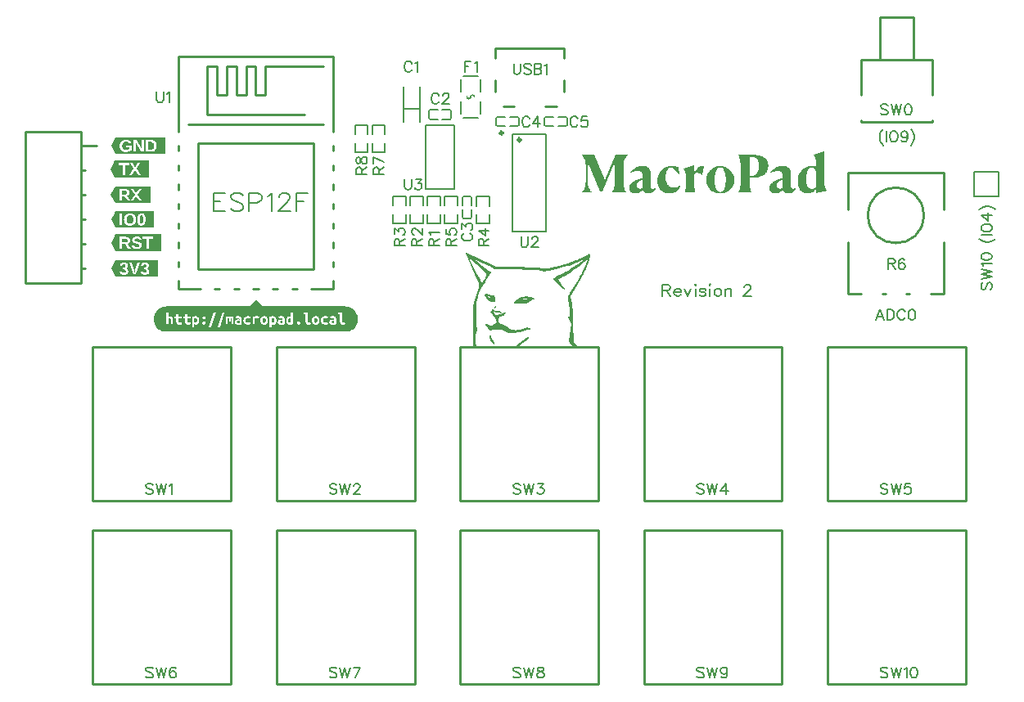
<source format=gto>
G04 Layer: TopSilkscreenLayer*
G04 EasyEDA v6.5.1, 2022-03-30 12:51:21*
G04 1b3168c556004a9db489dd156287313a,d03eed67808b488db07f83a96349b93e,10*
G04 Gerber Generator version 0.2*
G04 Scale: 100 percent, Rotated: No, Reflected: No *
G04 Dimensions in inches *
G04 leading zeros omitted , absolute positions ,3 integer and 6 decimal *
%FSLAX36Y36*%
%MOIN*%

%ADD10C,0.0100*%
%ADD37C,0.0080*%
%ADD38C,0.0080*%
%ADD39C,0.0060*%
%ADD40C,0.0060*%
%ADD41C,0.0118*%

%LPD*%
G36*
X284140Y-330000D02*
G01*
X267210Y-363860D01*
X301200Y-363860D01*
X301300Y-360980D01*
X301600Y-358260D01*
X302100Y-355720D01*
X302780Y-353360D01*
X303660Y-351180D01*
X304760Y-349159D01*
X306040Y-347320D01*
X307500Y-345660D01*
X309200Y-344159D01*
X311060Y-342860D01*
X313080Y-341760D01*
X315280Y-340860D01*
X317660Y-340160D01*
X320200Y-339660D01*
X322920Y-339360D01*
X325800Y-339260D01*
X328560Y-339340D01*
X331140Y-339600D01*
X333103Y-339960D01*
X368900Y-339960D01*
X390200Y-377360D01*
X389760Y-372460D01*
X389600Y-367960D01*
X389600Y-339960D01*
X425400Y-339960D01*
X428380Y-340060D01*
X431160Y-340340D01*
X433780Y-340840D01*
X436200Y-341500D01*
X438480Y-342380D01*
X440560Y-343440D01*
X442480Y-344700D01*
X444200Y-346160D01*
X445780Y-347760D01*
X447140Y-349540D01*
X448300Y-351500D01*
X449240Y-353600D01*
X449960Y-355900D01*
X450480Y-358340D01*
X450800Y-360959D01*
X450900Y-363760D01*
X450720Y-367340D01*
X450180Y-370700D01*
X449280Y-373840D01*
X448000Y-376760D01*
X446400Y-379360D01*
X444480Y-381640D01*
X442260Y-383600D01*
X439700Y-385260D01*
X436960Y-386520D01*
X434000Y-387440D01*
X430860Y-387980D01*
X427500Y-388160D01*
X408000Y-388160D01*
X408000Y-339960D01*
X398600Y-339960D01*
X398600Y-388160D01*
X386800Y-388160D01*
X365800Y-351060D01*
X366260Y-355940D01*
X366400Y-359760D01*
X366400Y-388160D01*
X357400Y-388160D01*
X357400Y-339960D01*
X333103Y-339960D01*
X335760Y-340660D01*
X337819Y-341440D01*
X339700Y-342400D01*
X341420Y-343540D01*
X342960Y-344860D01*
X344340Y-346340D01*
X345540Y-348000D01*
X346560Y-349840D01*
X347400Y-351860D01*
X338100Y-354660D01*
X337260Y-352920D01*
X336180Y-351400D01*
X334900Y-350120D01*
X333400Y-349060D01*
X331740Y-348280D01*
X329900Y-347700D01*
X327939Y-347380D01*
X325800Y-347260D01*
X322480Y-347520D01*
X319560Y-348340D01*
X317080Y-349680D01*
X315000Y-351560D01*
X313380Y-353940D01*
X312240Y-356780D01*
X311540Y-360100D01*
X311300Y-363860D01*
X311540Y-367720D01*
X312260Y-371100D01*
X313440Y-374020D01*
X315100Y-376460D01*
X317200Y-378420D01*
X319680Y-379840D01*
X322560Y-380680D01*
X325800Y-380959D01*
X327780Y-380880D01*
X329739Y-380660D01*
X331640Y-380280D01*
X333500Y-379760D01*
X335260Y-379159D01*
X336780Y-378480D01*
X338100Y-377720D01*
X339200Y-376860D01*
X339200Y-370260D01*
X327400Y-370260D01*
X327400Y-362760D01*
X348400Y-362760D01*
X348400Y-380460D01*
X346360Y-382299D01*
X344000Y-383960D01*
X341360Y-385400D01*
X338400Y-386659D01*
X335319Y-387620D01*
X332160Y-388300D01*
X328920Y-388720D01*
X325600Y-388860D01*
X322740Y-388760D01*
X320060Y-388459D01*
X317540Y-387939D01*
X315180Y-387239D01*
X313000Y-386320D01*
X311000Y-385200D01*
X309160Y-383880D01*
X307500Y-382360D01*
X306040Y-380640D01*
X304760Y-378760D01*
X303660Y-376719D01*
X302780Y-374480D01*
X302100Y-372080D01*
X301600Y-369520D01*
X301300Y-366780D01*
X301200Y-363860D01*
X267210Y-363860D01*
X267100Y-364080D01*
X284140Y-398160D01*
X485000Y-398160D01*
X485000Y-330000D01*
G37*
G36*
X418100Y-347760D02*
G01*
X418100Y-380360D01*
X426599Y-380360D01*
X429680Y-380080D01*
X432440Y-379240D01*
X434840Y-377819D01*
X436900Y-375860D01*
X438620Y-373459D01*
X439840Y-370640D01*
X440560Y-367400D01*
X440800Y-363760D01*
X440560Y-360100D01*
X439780Y-356880D01*
X438500Y-354140D01*
X436700Y-351860D01*
X434480Y-350060D01*
X431840Y-348780D01*
X428740Y-348020D01*
X425200Y-347760D01*
G37*
G36*
X283460Y-830000D02*
G01*
X266420Y-864080D01*
X271910Y-875060D01*
X300500Y-875060D01*
X310300Y-874260D01*
X311140Y-877280D01*
X312720Y-879440D01*
X315080Y-880720D01*
X318200Y-881160D01*
X319800Y-881060D01*
X321220Y-880740D01*
X322460Y-880200D01*
X323500Y-879460D01*
X324380Y-878500D01*
X325000Y-877300D01*
X325379Y-875900D01*
X325500Y-874260D01*
X325340Y-872700D01*
X324900Y-871360D01*
X324140Y-870200D01*
X323100Y-869260D01*
X321800Y-868520D01*
X320220Y-867980D01*
X318360Y-867660D01*
X316200Y-867560D01*
X312900Y-867560D01*
X312900Y-859860D01*
X316000Y-859860D01*
X317960Y-859760D01*
X319640Y-859440D01*
X321060Y-858900D01*
X322200Y-858160D01*
X323120Y-857220D01*
X323780Y-856080D01*
X324159Y-854760D01*
X324300Y-853259D01*
X324200Y-851880D01*
X323900Y-850660D01*
X323400Y-849580D01*
X322700Y-848660D01*
X321760Y-847920D01*
X320620Y-847380D01*
X319300Y-847060D01*
X317800Y-846960D01*
X316420Y-847060D01*
X315140Y-847360D01*
X314020Y-847860D01*
X313000Y-848560D01*
X312200Y-849500D01*
X311580Y-850580D01*
X311140Y-851840D01*
X310900Y-853259D01*
X301300Y-852560D01*
X301920Y-849620D01*
X303000Y-847000D01*
X304520Y-844720D01*
X306500Y-842760D01*
X308860Y-841220D01*
X311580Y-840140D01*
X314620Y-839479D01*
X318000Y-839260D01*
X321580Y-839479D01*
X324026Y-839960D01*
X348800Y-839960D01*
X359240Y-872660D01*
X361300Y-880060D01*
X362000Y-877060D01*
X363700Y-870960D01*
X373600Y-839960D01*
X384000Y-839960D01*
X371110Y-875060D01*
X386100Y-875060D01*
X395900Y-874260D01*
X396740Y-877280D01*
X398320Y-879440D01*
X400680Y-880720D01*
X403800Y-881160D01*
X405420Y-881060D01*
X406840Y-880740D01*
X408120Y-880200D01*
X409200Y-879460D01*
X410040Y-878500D01*
X410620Y-877300D01*
X410980Y-875900D01*
X411100Y-874260D01*
X410959Y-872700D01*
X410520Y-871360D01*
X409799Y-870200D01*
X408800Y-869260D01*
X407460Y-868520D01*
X405840Y-867980D01*
X403960Y-867660D01*
X401800Y-867560D01*
X398500Y-867560D01*
X398500Y-859860D01*
X401599Y-859860D01*
X403560Y-859760D01*
X405280Y-859440D01*
X406719Y-858900D01*
X407900Y-858160D01*
X408780Y-857220D01*
X409400Y-856080D01*
X409780Y-854760D01*
X409900Y-853259D01*
X409799Y-851880D01*
X409500Y-850660D01*
X409000Y-849580D01*
X408300Y-848660D01*
X407360Y-847920D01*
X406240Y-847380D01*
X404960Y-847060D01*
X403500Y-846960D01*
X402080Y-847060D01*
X400800Y-847360D01*
X399680Y-847860D01*
X398700Y-848560D01*
X397860Y-849500D01*
X397220Y-850580D01*
X396800Y-851840D01*
X396599Y-853259D01*
X386900Y-852560D01*
X387520Y-849620D01*
X388600Y-847000D01*
X390120Y-844720D01*
X392100Y-842760D01*
X394460Y-841220D01*
X397180Y-840140D01*
X400220Y-839479D01*
X403600Y-839260D01*
X407180Y-839479D01*
X410340Y-840100D01*
X413080Y-841180D01*
X415400Y-842660D01*
X417280Y-844520D01*
X418620Y-846700D01*
X419440Y-849220D01*
X419700Y-852060D01*
X419540Y-854260D01*
X419020Y-856240D01*
X418180Y-858000D01*
X417000Y-859560D01*
X415540Y-860879D01*
X413800Y-861960D01*
X411740Y-862780D01*
X409400Y-863360D01*
X409400Y-863560D01*
X412000Y-864000D01*
X414280Y-864760D01*
X416240Y-865800D01*
X417900Y-867159D01*
X419219Y-868760D01*
X420140Y-870560D01*
X420720Y-872560D01*
X420900Y-874760D01*
X420620Y-877960D01*
X419799Y-880780D01*
X418420Y-883220D01*
X416500Y-885260D01*
X414020Y-886880D01*
X411079Y-888040D01*
X407660Y-888720D01*
X403800Y-888960D01*
X400140Y-888740D01*
X396880Y-888060D01*
X394000Y-886940D01*
X391500Y-885360D01*
X389440Y-883360D01*
X387840Y-880980D01*
X386740Y-878220D01*
X386100Y-875060D01*
X371110Y-875060D01*
X366300Y-888160D01*
X356100Y-888160D01*
X338300Y-839960D01*
X324026Y-839960D01*
X324739Y-840100D01*
X327480Y-841180D01*
X329799Y-842660D01*
X331680Y-844520D01*
X333020Y-846700D01*
X333840Y-849220D01*
X334099Y-852060D01*
X333940Y-854260D01*
X333420Y-856240D01*
X332580Y-858000D01*
X331400Y-859560D01*
X329940Y-860879D01*
X328200Y-861960D01*
X326140Y-862780D01*
X323800Y-863360D01*
X323800Y-863560D01*
X326400Y-864000D01*
X328680Y-864760D01*
X330640Y-865800D01*
X332299Y-867159D01*
X333620Y-868760D01*
X334540Y-870560D01*
X335120Y-872560D01*
X335300Y-874760D01*
X335020Y-877960D01*
X334200Y-880780D01*
X332819Y-883220D01*
X330900Y-885260D01*
X328420Y-886880D01*
X325480Y-888040D01*
X322060Y-888720D01*
X318200Y-888960D01*
X314540Y-888740D01*
X311280Y-888060D01*
X308400Y-886940D01*
X305900Y-885360D01*
X303840Y-883360D01*
X302240Y-880980D01*
X301140Y-878220D01*
X300500Y-875060D01*
X271910Y-875060D01*
X283460Y-898160D01*
X455000Y-898160D01*
X455000Y-830000D01*
G37*
G36*
X284320Y-725000D02*
G01*
X279340Y-734960D01*
X325379Y-734960D01*
X329460Y-735200D01*
X333040Y-735879D01*
X336120Y-737039D01*
X338680Y-738660D01*
X340720Y-740759D01*
X342200Y-743240D01*
X343080Y-746100D01*
X343380Y-749360D01*
X343200Y-751820D01*
X342680Y-754080D01*
X341800Y-756160D01*
X340580Y-758060D01*
X339000Y-759760D01*
X337180Y-761140D01*
X335100Y-762200D01*
X332780Y-762960D01*
X337735Y-770660D01*
X349280Y-770660D01*
X358980Y-768960D01*
X359600Y-770780D01*
X360439Y-772300D01*
X361540Y-773580D01*
X362879Y-774560D01*
X364420Y-775300D01*
X366240Y-775840D01*
X368360Y-776160D01*
X370780Y-776260D01*
X373260Y-776160D01*
X375400Y-775860D01*
X377239Y-775360D01*
X378720Y-774659D01*
X379880Y-773760D01*
X380700Y-772660D01*
X381200Y-771360D01*
X381380Y-769860D01*
X381300Y-768900D01*
X381079Y-768000D01*
X380700Y-767200D01*
X380180Y-766460D01*
X378720Y-765260D01*
X376780Y-764260D01*
X375420Y-763780D01*
X371160Y-762680D01*
X365780Y-761480D01*
X362020Y-760480D01*
X359739Y-759640D01*
X357840Y-758740D01*
X356120Y-757720D01*
X355340Y-757140D01*
X354660Y-756480D01*
X353500Y-754980D01*
X352560Y-753220D01*
X351860Y-751260D01*
X351640Y-750180D01*
X351480Y-747760D01*
X351780Y-744700D01*
X352700Y-742000D01*
X354219Y-739700D01*
X356380Y-737760D01*
X357660Y-736940D01*
X359099Y-736220D01*
X360680Y-735620D01*
X362400Y-735140D01*
X364260Y-734760D01*
X366260Y-734479D01*
X368400Y-734320D01*
X370680Y-734260D01*
X374880Y-734440D01*
X378519Y-734960D01*
X435880Y-734960D01*
X435880Y-742760D01*
X420379Y-742760D01*
X420379Y-783160D01*
X410280Y-783160D01*
X410280Y-742760D01*
X394680Y-742760D01*
X394680Y-734960D01*
X378519Y-734960D01*
X381580Y-735840D01*
X384080Y-737060D01*
X386120Y-738700D01*
X387780Y-740780D01*
X389020Y-743340D01*
X389880Y-746360D01*
X380180Y-747660D01*
X379680Y-746200D01*
X379000Y-744940D01*
X378120Y-743860D01*
X377080Y-742960D01*
X375800Y-742300D01*
X374280Y-741840D01*
X372500Y-741560D01*
X370480Y-741460D01*
X366440Y-741820D01*
X363579Y-742880D01*
X361840Y-744659D01*
X361280Y-747159D01*
X361340Y-748060D01*
X361520Y-748880D01*
X361840Y-749620D01*
X362280Y-750260D01*
X362819Y-750840D01*
X364280Y-751840D01*
X366380Y-752720D01*
X368080Y-753240D01*
X378900Y-755780D01*
X381120Y-756440D01*
X382879Y-757060D01*
X384300Y-757720D01*
X386640Y-759180D01*
X387580Y-759960D01*
X388420Y-760840D01*
X389140Y-761800D01*
X389760Y-762840D01*
X390280Y-763960D01*
X390660Y-765160D01*
X390940Y-766440D01*
X391120Y-767800D01*
X391180Y-769260D01*
X390840Y-772600D01*
X389880Y-775500D01*
X388240Y-778000D01*
X385980Y-780060D01*
X384580Y-780939D01*
X383020Y-781720D01*
X381320Y-782380D01*
X379480Y-782900D01*
X377480Y-783319D01*
X375319Y-783620D01*
X373020Y-783800D01*
X370580Y-783860D01*
X366180Y-783660D01*
X364159Y-783400D01*
X362280Y-783040D01*
X360500Y-782560D01*
X358880Y-782000D01*
X357360Y-781340D01*
X355980Y-780560D01*
X353600Y-778700D01*
X351700Y-776440D01*
X350260Y-773760D01*
X349280Y-770660D01*
X337735Y-770660D01*
X345780Y-783160D01*
X334480Y-783160D01*
X323280Y-764860D01*
X311480Y-764860D01*
X311480Y-783160D01*
X301380Y-783160D01*
X301380Y-734960D01*
X279340Y-734960D01*
X267280Y-759080D01*
X284320Y-793160D01*
X470000Y-793160D01*
X470000Y-725000D01*
G37*
G36*
X311480Y-742860D02*
G01*
X311480Y-757060D01*
X324680Y-757060D01*
X326640Y-756940D01*
X328380Y-756580D01*
X329840Y-756000D01*
X331079Y-755160D01*
X332040Y-754100D01*
X332720Y-752860D01*
X333140Y-751400D01*
X333280Y-749760D01*
X332720Y-746740D01*
X331040Y-744580D01*
X328260Y-743300D01*
X324380Y-742860D01*
G37*
G36*
X283600Y-630000D02*
G01*
X278620Y-639960D01*
X310760Y-639960D01*
X310760Y-663860D01*
X318260Y-663860D01*
X318360Y-661040D01*
X318660Y-658379D01*
X319160Y-655879D01*
X319860Y-653540D01*
X320760Y-651360D01*
X321860Y-649320D01*
X323160Y-647460D01*
X324660Y-645759D01*
X326360Y-644240D01*
X328220Y-642920D01*
X330220Y-641800D01*
X332380Y-640879D01*
X334700Y-640180D01*
X337180Y-639660D01*
X339799Y-639360D01*
X342560Y-639260D01*
X345360Y-639360D01*
X348000Y-639680D01*
X350480Y-640180D01*
X352780Y-640900D01*
X354940Y-641840D01*
X356940Y-642980D01*
X358780Y-644320D01*
X360460Y-645860D01*
X361980Y-647560D01*
X363300Y-649419D01*
X364420Y-651440D01*
X365340Y-653600D01*
X366040Y-655939D01*
X366560Y-658420D01*
X366860Y-661060D01*
X366950Y-664060D01*
X372660Y-664060D01*
X372780Y-659960D01*
X373120Y-656240D01*
X373680Y-652900D01*
X374460Y-649960D01*
X375480Y-647400D01*
X376719Y-645180D01*
X378180Y-643340D01*
X379860Y-641860D01*
X381820Y-640720D01*
X384060Y-639900D01*
X386620Y-639420D01*
X389460Y-639260D01*
X391520Y-639360D01*
X393440Y-639640D01*
X395200Y-640140D01*
X396840Y-640800D01*
X398340Y-641680D01*
X399680Y-642740D01*
X400900Y-644000D01*
X401960Y-645460D01*
X402900Y-647099D01*
X403720Y-648940D01*
X404400Y-650980D01*
X404960Y-653199D01*
X405400Y-655639D01*
X405720Y-658240D01*
X405900Y-661060D01*
X405959Y-664060D01*
X405900Y-667020D01*
X405700Y-669800D01*
X405379Y-672380D01*
X404920Y-674780D01*
X404320Y-677000D01*
X403600Y-679040D01*
X402740Y-680900D01*
X401760Y-682560D01*
X400640Y-684040D01*
X399400Y-685320D01*
X398020Y-686400D01*
X396520Y-687280D01*
X394880Y-687980D01*
X393100Y-688460D01*
X391200Y-688760D01*
X389159Y-688860D01*
X387160Y-688760D01*
X385300Y-688480D01*
X383560Y-687980D01*
X381940Y-687300D01*
X380460Y-686440D01*
X379099Y-685380D01*
X377879Y-684120D01*
X376780Y-682660D01*
X375820Y-681020D01*
X374980Y-679180D01*
X374280Y-677140D01*
X373700Y-674900D01*
X373240Y-672480D01*
X372920Y-669880D01*
X372720Y-667060D01*
X372660Y-664060D01*
X366950Y-664060D01*
X366780Y-667500D01*
X366220Y-670900D01*
X365280Y-674100D01*
X363960Y-677060D01*
X362299Y-679740D01*
X360340Y-682099D01*
X358060Y-684140D01*
X355460Y-685860D01*
X352560Y-687180D01*
X349440Y-688100D01*
X346100Y-688680D01*
X342560Y-688860D01*
X339799Y-688760D01*
X337180Y-688439D01*
X334720Y-687920D01*
X332420Y-687180D01*
X330260Y-686240D01*
X328280Y-685100D01*
X326440Y-683720D01*
X324760Y-682159D01*
X323240Y-680400D01*
X321920Y-678500D01*
X320800Y-676440D01*
X319880Y-674240D01*
X319180Y-671860D01*
X318680Y-669360D01*
X318360Y-666680D01*
X318260Y-663860D01*
X310760Y-663860D01*
X310760Y-688160D01*
X300660Y-688160D01*
X300660Y-639960D01*
X278620Y-639960D01*
X266560Y-664080D01*
X283600Y-698160D01*
X440000Y-698160D01*
X440000Y-630000D01*
G37*
G36*
X389360Y-646760D02*
G01*
X388000Y-646860D01*
X386820Y-647180D01*
X385800Y-647720D01*
X384960Y-648460D01*
X384280Y-649400D01*
X383680Y-650580D01*
X383220Y-652039D01*
X382860Y-653760D01*
X382600Y-655759D01*
X382299Y-660900D01*
X382299Y-667180D01*
X382600Y-672320D01*
X382860Y-674360D01*
X383260Y-676080D01*
X383760Y-677540D01*
X384360Y-678720D01*
X385060Y-679659D01*
X385860Y-680360D01*
X386820Y-680860D01*
X387960Y-681160D01*
X389260Y-681260D01*
X390540Y-681160D01*
X391659Y-680840D01*
X392640Y-680300D01*
X393459Y-679560D01*
X394159Y-678580D01*
X394760Y-677360D01*
X395260Y-675879D01*
X395660Y-674160D01*
X396120Y-669780D01*
X396260Y-664060D01*
X396120Y-658100D01*
X395660Y-653660D01*
X395280Y-651979D01*
X394780Y-650540D01*
X394219Y-649320D01*
X393560Y-648360D01*
X392740Y-647660D01*
X391760Y-647159D01*
X390640Y-646860D01*
G37*
G36*
X342560Y-647260D02*
G01*
X339400Y-647520D01*
X336620Y-648340D01*
X334200Y-649680D01*
X332160Y-651560D01*
X330540Y-653980D01*
X329380Y-656840D01*
X328700Y-660120D01*
X328459Y-663860D01*
X328700Y-667600D01*
X329380Y-670939D01*
X330540Y-673860D01*
X332160Y-676360D01*
X334240Y-678379D01*
X336659Y-679800D01*
X339440Y-680680D01*
X342560Y-680960D01*
X345720Y-680680D01*
X348519Y-679840D01*
X350920Y-678420D01*
X352960Y-676460D01*
X354580Y-674020D01*
X355740Y-671100D01*
X356440Y-667720D01*
X356659Y-663860D01*
X356440Y-660180D01*
X355740Y-656900D01*
X354580Y-654080D01*
X352960Y-651660D01*
X350920Y-649740D01*
X348519Y-648360D01*
X345720Y-647540D01*
G37*
G36*
X280840Y-425000D02*
G01*
X275860Y-434960D01*
X339080Y-434960D01*
X339080Y-442760D01*
X323480Y-442760D01*
X323480Y-483160D01*
X340480Y-483160D01*
X357180Y-457860D01*
X341880Y-434960D01*
X352480Y-434960D01*
X363180Y-452060D01*
X373880Y-434960D01*
X384480Y-434960D01*
X369880Y-457860D01*
X385880Y-483160D01*
X375280Y-483160D01*
X363180Y-463960D01*
X351079Y-483160D01*
X313380Y-483160D01*
X313380Y-442760D01*
X297880Y-442760D01*
X297880Y-434960D01*
X275860Y-434960D01*
X263800Y-459080D01*
X280840Y-493160D01*
X420000Y-493160D01*
X420000Y-425000D01*
G37*
G36*
X281940Y-530000D02*
G01*
X276960Y-539960D01*
X323000Y-539960D01*
X327080Y-540200D01*
X330660Y-540880D01*
X333740Y-542040D01*
X336300Y-543660D01*
X338360Y-545760D01*
X339820Y-548240D01*
X340700Y-551100D01*
X341000Y-554360D01*
X340820Y-556820D01*
X340300Y-559080D01*
X339420Y-561160D01*
X338200Y-563060D01*
X336620Y-564760D01*
X334799Y-566140D01*
X332720Y-567200D01*
X330400Y-567960D01*
X343400Y-588160D01*
X345500Y-588160D01*
X362100Y-562860D01*
X346900Y-539960D01*
X357500Y-539960D01*
X368200Y-557060D01*
X378900Y-539960D01*
X389500Y-539960D01*
X374900Y-562860D01*
X390900Y-588160D01*
X380300Y-588160D01*
X368200Y-568960D01*
X356100Y-588160D01*
X332100Y-588160D01*
X320900Y-569860D01*
X309100Y-569860D01*
X309100Y-588160D01*
X299000Y-588160D01*
X299000Y-539960D01*
X276960Y-539960D01*
X264900Y-564080D01*
X281940Y-598160D01*
X425000Y-598160D01*
X425000Y-530000D01*
G37*
G36*
X309100Y-547860D02*
G01*
X309100Y-562060D01*
X322299Y-562060D01*
X324260Y-561940D01*
X326000Y-561580D01*
X327460Y-561000D01*
X328700Y-560160D01*
X329660Y-559100D01*
X330340Y-557860D01*
X330760Y-556400D01*
X330900Y-554760D01*
X330340Y-551740D01*
X328660Y-549580D01*
X325880Y-548300D01*
X322000Y-547860D01*
G37*
G36*
X490860Y-1018340D02*
G01*
X488500Y-1018379D01*
X486160Y-1018540D01*
X483840Y-1018800D01*
X481580Y-1019160D01*
X479340Y-1019620D01*
X474960Y-1020819D01*
X472840Y-1021560D01*
X468720Y-1023300D01*
X464780Y-1025380D01*
X461060Y-1027780D01*
X457580Y-1030480D01*
X454320Y-1033460D01*
X451340Y-1036720D01*
X448640Y-1040200D01*
X446240Y-1043920D01*
X444159Y-1047860D01*
X442420Y-1051980D01*
X441680Y-1054100D01*
X440480Y-1058480D01*
X440020Y-1060720D01*
X439660Y-1062980D01*
X439400Y-1065300D01*
X439240Y-1067640D01*
X439240Y-1072360D01*
X439400Y-1074700D01*
X439660Y-1077020D01*
X440020Y-1079280D01*
X440480Y-1081520D01*
X441680Y-1085900D01*
X442420Y-1088020D01*
X443946Y-1091660D01*
X490840Y-1091660D01*
X490840Y-1044560D01*
X499440Y-1043060D01*
X499440Y-1059060D01*
X501940Y-1058360D01*
X503340Y-1058140D01*
X504540Y-1058060D01*
X506320Y-1058140D01*
X507920Y-1058340D01*
X509360Y-1058680D01*
X510640Y-1059160D01*
X511840Y-1059780D01*
X512879Y-1060480D01*
X513780Y-1061320D01*
X514540Y-1062260D01*
X515240Y-1063300D01*
X515820Y-1064440D01*
X516352Y-1065860D01*
X523940Y-1065860D01*
X523940Y-1058760D01*
X531440Y-1058760D01*
X531440Y-1050460D01*
X540040Y-1049060D01*
X540040Y-1058760D01*
X553840Y-1058760D01*
X553840Y-1065860D01*
X558940Y-1065860D01*
X558940Y-1058760D01*
X566440Y-1058760D01*
X566440Y-1050460D01*
X575040Y-1049060D01*
X575040Y-1058760D01*
X588840Y-1058760D01*
X588840Y-1065860D01*
X575040Y-1065860D01*
X575080Y-1080060D01*
X575280Y-1081560D01*
X575620Y-1082680D01*
X576120Y-1083540D01*
X577120Y-1084440D01*
X577940Y-1084760D01*
X578900Y-1084920D01*
X580540Y-1084960D01*
X584140Y-1084660D01*
X585080Y-1084420D01*
X587180Y-1083700D01*
X588340Y-1083160D01*
X589440Y-1090660D01*
X587020Y-1091460D01*
X584340Y-1092060D01*
X581600Y-1092360D01*
X578940Y-1092460D01*
X576120Y-1092340D01*
X573640Y-1091960D01*
X572540Y-1091660D01*
X571520Y-1091240D01*
X570600Y-1090700D01*
X569740Y-1090060D01*
X569000Y-1089300D01*
X568340Y-1088360D01*
X567800Y-1087280D01*
X567340Y-1086060D01*
X566960Y-1084700D01*
X566680Y-1083140D01*
X566500Y-1081360D01*
X566440Y-1079360D01*
X566440Y-1065860D01*
X540040Y-1065860D01*
X540080Y-1080060D01*
X540280Y-1081560D01*
X540620Y-1082680D01*
X541120Y-1083540D01*
X542120Y-1084440D01*
X542940Y-1084760D01*
X543900Y-1084920D01*
X545540Y-1084960D01*
X549140Y-1084660D01*
X550080Y-1084420D01*
X552180Y-1083700D01*
X553340Y-1083160D01*
X554440Y-1090660D01*
X552020Y-1091460D01*
X549340Y-1092060D01*
X546600Y-1092360D01*
X543940Y-1092460D01*
X541120Y-1092340D01*
X538640Y-1091960D01*
X537540Y-1091660D01*
X536520Y-1091240D01*
X535600Y-1090700D01*
X534740Y-1090060D01*
X534000Y-1089300D01*
X533320Y-1088360D01*
X532740Y-1087280D01*
X532240Y-1086060D01*
X531900Y-1084700D01*
X531640Y-1083140D01*
X531440Y-1079360D01*
X531440Y-1065860D01*
X516352Y-1065860D01*
X516960Y-1068400D01*
X517180Y-1069920D01*
X517340Y-1073160D01*
X517340Y-1091660D01*
X508740Y-1091660D01*
X508740Y-1074260D01*
X508680Y-1072080D01*
X508480Y-1070240D01*
X508140Y-1068740D01*
X507640Y-1067560D01*
X507020Y-1066700D01*
X506140Y-1066060D01*
X505020Y-1065700D01*
X503640Y-1065560D01*
X502480Y-1065640D01*
X499440Y-1066360D01*
X499440Y-1091660D01*
X443946Y-1091660D01*
X445160Y-1094140D01*
X447400Y-1097960D01*
X449960Y-1101580D01*
X451323Y-1103260D01*
X595840Y-1103260D01*
X595840Y-1059760D01*
X598520Y-1059120D01*
X601740Y-1058560D01*
X605140Y-1058200D01*
X608540Y-1058060D01*
X612140Y-1058360D01*
X615280Y-1059220D01*
X617980Y-1060660D01*
X620240Y-1062660D01*
X621846Y-1064960D01*
X637740Y-1064960D01*
X637880Y-1063540D01*
X638240Y-1062260D01*
X638840Y-1061240D01*
X639640Y-1060360D01*
X640600Y-1059660D01*
X641640Y-1059160D01*
X642800Y-1058860D01*
X644040Y-1058760D01*
X645220Y-1058860D01*
X646320Y-1059160D01*
X647360Y-1059660D01*
X648340Y-1060360D01*
X649180Y-1061260D01*
X649780Y-1062320D01*
X650140Y-1063560D01*
X650240Y-1064960D01*
X650140Y-1066380D01*
X649780Y-1067620D01*
X649180Y-1068680D01*
X648340Y-1069560D01*
X647360Y-1070300D01*
X646320Y-1070840D01*
X645220Y-1071160D01*
X643420Y-1071240D01*
X642220Y-1070980D01*
X641120Y-1070540D01*
X640120Y-1069940D01*
X639220Y-1069140D01*
X638520Y-1068200D01*
X638240Y-1067660D01*
X637880Y-1066400D01*
X637740Y-1064960D01*
X621846Y-1064960D01*
X622000Y-1065180D01*
X623240Y-1068100D01*
X624000Y-1071420D01*
X624240Y-1075160D01*
X624200Y-1077020D01*
X623800Y-1080520D01*
X623440Y-1082160D01*
X623000Y-1083700D01*
X622420Y-1085140D01*
X621894Y-1086160D01*
X637740Y-1086160D01*
X637880Y-1084740D01*
X638240Y-1083460D01*
X638840Y-1082440D01*
X639640Y-1081560D01*
X640600Y-1080920D01*
X641640Y-1080360D01*
X642800Y-1080060D01*
X644040Y-1079960D01*
X645220Y-1080060D01*
X646320Y-1080360D01*
X647360Y-1080860D01*
X648340Y-1081560D01*
X649180Y-1082460D01*
X649780Y-1083520D01*
X650140Y-1084760D01*
X650240Y-1086160D01*
X650140Y-1087620D01*
X649780Y-1088880D01*
X649180Y-1089980D01*
X648340Y-1090860D01*
X647360Y-1091560D01*
X646320Y-1092060D01*
X645220Y-1092360D01*
X643420Y-1092440D01*
X642220Y-1092240D01*
X641120Y-1091800D01*
X640120Y-1091140D01*
X639220Y-1090340D01*
X638520Y-1089400D01*
X638240Y-1088860D01*
X637880Y-1087600D01*
X637740Y-1086160D01*
X621894Y-1086160D01*
X620940Y-1087660D01*
X620100Y-1088700D01*
X619140Y-1089640D01*
X618100Y-1090460D01*
X616940Y-1091160D01*
X615660Y-1091740D01*
X614280Y-1092140D01*
X612800Y-1092380D01*
X611240Y-1092460D01*
X609580Y-1092360D01*
X607900Y-1092060D01*
X606180Y-1091560D01*
X604440Y-1090860D01*
X604440Y-1103260D01*
X664740Y-1103260D01*
X684340Y-1042760D01*
X693139Y-1042760D01*
X673740Y-1103260D01*
X699740Y-1103260D01*
X719340Y-1042760D01*
X728139Y-1042760D01*
X712459Y-1091660D01*
X733439Y-1091660D01*
X733439Y-1060060D01*
X736200Y-1059360D01*
X738840Y-1058860D01*
X741380Y-1058500D01*
X743540Y-1058360D01*
X745280Y-1058500D01*
X746840Y-1058860D01*
X748180Y-1059480D01*
X749340Y-1060360D01*
X750600Y-1059620D01*
X752140Y-1058960D01*
X753780Y-1058520D01*
X755440Y-1058360D01*
X756740Y-1058420D01*
X757920Y-1058580D01*
X759000Y-1058880D01*
X759940Y-1059260D01*
X760759Y-1059720D01*
X761500Y-1060280D01*
X762159Y-1060980D01*
X762740Y-1061760D01*
X763199Y-1062660D01*
X763580Y-1063660D01*
X763860Y-1064760D01*
X764220Y-1067320D01*
X764419Y-1070320D01*
X764440Y-1081560D01*
X769539Y-1081560D01*
X769620Y-1080220D01*
X769820Y-1078960D01*
X770160Y-1077820D01*
X770639Y-1076760D01*
X771240Y-1075820D01*
X771940Y-1074960D01*
X772740Y-1074220D01*
X773640Y-1073560D01*
X774640Y-1073000D01*
X775699Y-1072540D01*
X778040Y-1071860D01*
X780520Y-1071500D01*
X783139Y-1071360D01*
X786280Y-1071520D01*
X789040Y-1071960D01*
X788960Y-1069700D01*
X788680Y-1068640D01*
X788199Y-1067660D01*
X787540Y-1066760D01*
X786620Y-1066060D01*
X785400Y-1065560D01*
X783920Y-1065260D01*
X782140Y-1065160D01*
X779780Y-1065240D01*
X777440Y-1065460D01*
X773740Y-1066360D01*
X772640Y-1059360D01*
X774580Y-1058860D01*
X777140Y-1058360D01*
X780120Y-1058060D01*
X783240Y-1057960D01*
X785220Y-1058020D01*
X787000Y-1058180D01*
X788620Y-1058480D01*
X790040Y-1058860D01*
X791340Y-1059380D01*
X792480Y-1059980D01*
X793480Y-1060720D01*
X794340Y-1061560D01*
X795100Y-1062460D01*
X795720Y-1063460D01*
X796240Y-1064560D01*
X796960Y-1067000D01*
X797180Y-1068340D01*
X797340Y-1071260D01*
X797340Y-1075160D01*
X804539Y-1075160D01*
X804620Y-1073440D01*
X804820Y-1071740D01*
X805160Y-1070080D01*
X805639Y-1068460D01*
X806280Y-1066960D01*
X807039Y-1065540D01*
X807980Y-1064200D01*
X809040Y-1062960D01*
X810280Y-1061880D01*
X811680Y-1060880D01*
X813240Y-1060020D01*
X814940Y-1059260D01*
X816780Y-1058700D01*
X818800Y-1058280D01*
X820980Y-1058040D01*
X824760Y-1057980D01*
X827420Y-1058180D01*
X829860Y-1058600D01*
X832300Y-1059300D01*
X833540Y-1059760D01*
X831640Y-1066660D01*
X828540Y-1065760D01*
X826540Y-1065460D01*
X824140Y-1065360D01*
X821300Y-1065560D01*
X820060Y-1065820D01*
X818940Y-1066160D01*
X817120Y-1067020D01*
X815639Y-1068160D01*
X815080Y-1068840D01*
X814180Y-1070400D01*
X813840Y-1071260D01*
X813400Y-1073200D01*
X813240Y-1075160D01*
X813420Y-1077340D01*
X813900Y-1079260D01*
X814720Y-1080940D01*
X815840Y-1082360D01*
X817340Y-1083500D01*
X819280Y-1084320D01*
X821680Y-1084800D01*
X824539Y-1084960D01*
X826600Y-1084900D01*
X828740Y-1084660D01*
X830879Y-1084280D01*
X832840Y-1083760D01*
X834040Y-1090860D01*
X832039Y-1091500D01*
X831280Y-1091660D01*
X842640Y-1091660D01*
X842640Y-1060960D01*
X846180Y-1059780D01*
X849740Y-1058860D01*
X853640Y-1058340D01*
X855819Y-1058200D01*
X860140Y-1058160D01*
X865100Y-1058760D01*
X866580Y-1059020D01*
X868540Y-1059560D01*
X867039Y-1067460D01*
X863300Y-1066760D01*
X858860Y-1066380D01*
X855800Y-1066480D01*
X854040Y-1066680D01*
X851340Y-1067260D01*
X851340Y-1075160D01*
X873439Y-1075160D01*
X873520Y-1073260D01*
X873740Y-1071440D01*
X874120Y-1069700D01*
X874640Y-1068060D01*
X875260Y-1066560D01*
X876000Y-1065160D01*
X876860Y-1063860D01*
X877840Y-1062660D01*
X878940Y-1061580D01*
X880120Y-1060640D01*
X881400Y-1059840D01*
X882740Y-1059160D01*
X884240Y-1058640D01*
X885780Y-1058260D01*
X887380Y-1058040D01*
X889040Y-1057960D01*
X890720Y-1058040D01*
X892300Y-1058260D01*
X893820Y-1058640D01*
X895240Y-1059160D01*
X896640Y-1059840D01*
X897920Y-1060640D01*
X899100Y-1061580D01*
X900140Y-1062660D01*
X901140Y-1063860D01*
X902000Y-1065160D01*
X902740Y-1066560D01*
X903340Y-1068060D01*
X903840Y-1069700D01*
X904180Y-1071440D01*
X904380Y-1073260D01*
X904440Y-1075160D01*
X904380Y-1077080D01*
X904180Y-1078900D01*
X903840Y-1080620D01*
X903340Y-1082260D01*
X902740Y-1083800D01*
X902020Y-1085240D01*
X901200Y-1086560D01*
X900240Y-1087760D01*
X899160Y-1088840D01*
X897980Y-1089780D01*
X896700Y-1090600D01*
X895340Y-1091260D01*
X893900Y-1091840D01*
X892380Y-1092240D01*
X890759Y-1092480D01*
X889040Y-1092560D01*
X887340Y-1092480D01*
X885699Y-1092240D01*
X884140Y-1091840D01*
X882640Y-1091260D01*
X881300Y-1090600D01*
X880020Y-1089780D01*
X878840Y-1088840D01*
X877740Y-1087760D01*
X876800Y-1086560D01*
X875939Y-1085240D01*
X875200Y-1083800D01*
X874539Y-1082260D01*
X874060Y-1080620D01*
X873720Y-1078900D01*
X873520Y-1077080D01*
X873439Y-1075160D01*
X851340Y-1075160D01*
X851340Y-1091660D01*
X831280Y-1091660D01*
X826820Y-1092340D01*
X823540Y-1092460D01*
X821140Y-1092380D01*
X818900Y-1092120D01*
X816840Y-1091680D01*
X814940Y-1091060D01*
X813240Y-1090360D01*
X811680Y-1089520D01*
X810280Y-1088560D01*
X809040Y-1087460D01*
X807940Y-1086260D01*
X807000Y-1084940D01*
X806240Y-1083500D01*
X805639Y-1081960D01*
X805160Y-1080380D01*
X804820Y-1078720D01*
X804620Y-1076980D01*
X804539Y-1075160D01*
X797340Y-1075160D01*
X797340Y-1090860D01*
X791740Y-1091860D01*
X787800Y-1092320D01*
X783340Y-1092460D01*
X780380Y-1092320D01*
X777640Y-1091860D01*
X775320Y-1091120D01*
X773340Y-1090060D01*
X772460Y-1089360D01*
X771700Y-1088560D01*
X771060Y-1087660D01*
X770540Y-1086660D01*
X770120Y-1085560D01*
X769800Y-1084340D01*
X769620Y-1083000D01*
X769539Y-1081560D01*
X764440Y-1081560D01*
X764440Y-1091660D01*
X757440Y-1091660D01*
X757440Y-1070620D01*
X757280Y-1069080D01*
X757039Y-1067900D01*
X756740Y-1066940D01*
X756340Y-1066280D01*
X755900Y-1065880D01*
X755400Y-1065680D01*
X754840Y-1065580D01*
X752900Y-1065720D01*
X751940Y-1066060D01*
X752340Y-1068960D01*
X752420Y-1070660D01*
X752440Y-1079160D01*
X745440Y-1079160D01*
X745400Y-1070000D01*
X745280Y-1068700D01*
X745060Y-1067640D01*
X744740Y-1066860D01*
X744400Y-1066300D01*
X743920Y-1065880D01*
X743340Y-1065640D01*
X741940Y-1065620D01*
X740440Y-1065860D01*
X740440Y-1091660D01*
X712459Y-1091660D01*
X708740Y-1103260D01*
X910840Y-1103260D01*
X910840Y-1059760D01*
X913520Y-1059120D01*
X916740Y-1058560D01*
X920140Y-1058200D01*
X923540Y-1058060D01*
X927140Y-1058360D01*
X930280Y-1059220D01*
X932980Y-1060660D01*
X935240Y-1062660D01*
X937000Y-1065180D01*
X938240Y-1068100D01*
X939000Y-1071420D01*
X939240Y-1075160D01*
X939200Y-1077020D01*
X938800Y-1080520D01*
X938571Y-1081560D01*
X944539Y-1081560D01*
X944620Y-1080220D01*
X944820Y-1078960D01*
X945160Y-1077820D01*
X945639Y-1076760D01*
X946240Y-1075820D01*
X946940Y-1074960D01*
X947740Y-1074220D01*
X948640Y-1073560D01*
X949640Y-1073000D01*
X950699Y-1072540D01*
X953040Y-1071860D01*
X955520Y-1071500D01*
X958139Y-1071360D01*
X961280Y-1071520D01*
X964040Y-1071960D01*
X963960Y-1069700D01*
X963680Y-1068640D01*
X963199Y-1067660D01*
X962540Y-1066760D01*
X961620Y-1066060D01*
X960420Y-1065560D01*
X958960Y-1065260D01*
X957240Y-1065160D01*
X954800Y-1065240D01*
X952440Y-1065460D01*
X948740Y-1066360D01*
X947640Y-1059360D01*
X949580Y-1058860D01*
X952140Y-1058360D01*
X955180Y-1058060D01*
X958240Y-1057960D01*
X960220Y-1058020D01*
X962000Y-1058180D01*
X963620Y-1058480D01*
X965040Y-1058860D01*
X966340Y-1059380D01*
X967480Y-1059980D01*
X968480Y-1060720D01*
X969340Y-1061560D01*
X970100Y-1062460D01*
X970720Y-1063460D01*
X971240Y-1064560D01*
X971960Y-1067000D01*
X972180Y-1068340D01*
X972340Y-1071260D01*
X972340Y-1075460D01*
X978439Y-1075460D01*
X978660Y-1071640D01*
X979280Y-1068240D01*
X980300Y-1065280D01*
X981740Y-1062760D01*
X983600Y-1060700D01*
X985840Y-1059240D01*
X988500Y-1058360D01*
X991540Y-1058060D01*
X993300Y-1058160D01*
X994940Y-1058460D01*
X996540Y-1058940D01*
X997940Y-1059560D01*
X997940Y-1044560D01*
X1006540Y-1043060D01*
X1006540Y-1043460D01*
X1206640Y-1043460D01*
X1206640Y-1079160D01*
X1206740Y-1080720D01*
X1207000Y-1082020D01*
X1207440Y-1083020D01*
X1208040Y-1083760D01*
X1208740Y-1084300D01*
X1209520Y-1084660D01*
X1210400Y-1084900D01*
X1211340Y-1084960D01*
X1213740Y-1084800D01*
X1214800Y-1084580D01*
X1218040Y-1083360D01*
X1219140Y-1090260D01*
X1218140Y-1090760D01*
X1216240Y-1091460D01*
X1214920Y-1091840D01*
X1213340Y-1092160D01*
X1211520Y-1092400D01*
X1209440Y-1092460D01*
X1206700Y-1092240D01*
X1204340Y-1091560D01*
X1202400Y-1090440D01*
X1200840Y-1088860D01*
X1199620Y-1086900D01*
X1198740Y-1084540D01*
X1198220Y-1081760D01*
X1198040Y-1078560D01*
X1198040Y-1050660D01*
X1188940Y-1050660D01*
X1188940Y-1043460D01*
X1066640Y-1043460D01*
X1066640Y-1075160D01*
X1083440Y-1075160D01*
X1083520Y-1073260D01*
X1083740Y-1071440D01*
X1084120Y-1069700D01*
X1084640Y-1068060D01*
X1085260Y-1066560D01*
X1086000Y-1065160D01*
X1086860Y-1063860D01*
X1087840Y-1062660D01*
X1088940Y-1061580D01*
X1090120Y-1060640D01*
X1091400Y-1059840D01*
X1092740Y-1059160D01*
X1094240Y-1058640D01*
X1095780Y-1058260D01*
X1097380Y-1058040D01*
X1099040Y-1057960D01*
X1100720Y-1058040D01*
X1102300Y-1058260D01*
X1103820Y-1058640D01*
X1105240Y-1059160D01*
X1106640Y-1059840D01*
X1107920Y-1060640D01*
X1109100Y-1061580D01*
X1110140Y-1062660D01*
X1111140Y-1063860D01*
X1112000Y-1065160D01*
X1112740Y-1066560D01*
X1113340Y-1068060D01*
X1113840Y-1069700D01*
X1114180Y-1071440D01*
X1114380Y-1073260D01*
X1114440Y-1075160D01*
X1119540Y-1075160D01*
X1119620Y-1073440D01*
X1119820Y-1071740D01*
X1120160Y-1070080D01*
X1120640Y-1068460D01*
X1121280Y-1066960D01*
X1122040Y-1065540D01*
X1122980Y-1064200D01*
X1124040Y-1062960D01*
X1125280Y-1061880D01*
X1126680Y-1060880D01*
X1128240Y-1060020D01*
X1129940Y-1059260D01*
X1131780Y-1058700D01*
X1133800Y-1058280D01*
X1135980Y-1058040D01*
X1139760Y-1057980D01*
X1142420Y-1058180D01*
X1144860Y-1058600D01*
X1147300Y-1059300D01*
X1148540Y-1059760D01*
X1146640Y-1066660D01*
X1143540Y-1065760D01*
X1141540Y-1065460D01*
X1139140Y-1065360D01*
X1136300Y-1065560D01*
X1135060Y-1065820D01*
X1133940Y-1066160D01*
X1132120Y-1067020D01*
X1130640Y-1068160D01*
X1130080Y-1068840D01*
X1129180Y-1070400D01*
X1128840Y-1071260D01*
X1128400Y-1073200D01*
X1128240Y-1075160D01*
X1128420Y-1077340D01*
X1128900Y-1079260D01*
X1129720Y-1080940D01*
X1130209Y-1081560D01*
X1154540Y-1081560D01*
X1154620Y-1080220D01*
X1154820Y-1078960D01*
X1155160Y-1077820D01*
X1155640Y-1076760D01*
X1156240Y-1075820D01*
X1156940Y-1074960D01*
X1157740Y-1074220D01*
X1158640Y-1073560D01*
X1159640Y-1073000D01*
X1160700Y-1072540D01*
X1163040Y-1071860D01*
X1165520Y-1071500D01*
X1168140Y-1071360D01*
X1171280Y-1071520D01*
X1174040Y-1071960D01*
X1173960Y-1069700D01*
X1173680Y-1068640D01*
X1173200Y-1067660D01*
X1172540Y-1066760D01*
X1171620Y-1066060D01*
X1170420Y-1065560D01*
X1168960Y-1065260D01*
X1167240Y-1065160D01*
X1164800Y-1065240D01*
X1162440Y-1065460D01*
X1158740Y-1066360D01*
X1157640Y-1059360D01*
X1159580Y-1058860D01*
X1162140Y-1058360D01*
X1165120Y-1058060D01*
X1168240Y-1057960D01*
X1170220Y-1058020D01*
X1172000Y-1058180D01*
X1173620Y-1058480D01*
X1175040Y-1058860D01*
X1176340Y-1059380D01*
X1177480Y-1059980D01*
X1178480Y-1060720D01*
X1179340Y-1061560D01*
X1180100Y-1062460D01*
X1180720Y-1063460D01*
X1181240Y-1064560D01*
X1181960Y-1067000D01*
X1182180Y-1068340D01*
X1182340Y-1071260D01*
X1182340Y-1090860D01*
X1176740Y-1091860D01*
X1172800Y-1092320D01*
X1168340Y-1092460D01*
X1165380Y-1092320D01*
X1162640Y-1091860D01*
X1160320Y-1091120D01*
X1158340Y-1090060D01*
X1157460Y-1089360D01*
X1156700Y-1088560D01*
X1156060Y-1087660D01*
X1155540Y-1086660D01*
X1155120Y-1085560D01*
X1154800Y-1084340D01*
X1154620Y-1083000D01*
X1154540Y-1081560D01*
X1130209Y-1081560D01*
X1130840Y-1082360D01*
X1132340Y-1083500D01*
X1134280Y-1084320D01*
X1136680Y-1084800D01*
X1139540Y-1084960D01*
X1141600Y-1084900D01*
X1143740Y-1084660D01*
X1145880Y-1084280D01*
X1147840Y-1083760D01*
X1149040Y-1090860D01*
X1147040Y-1091500D01*
X1144640Y-1091960D01*
X1141820Y-1092340D01*
X1138540Y-1092460D01*
X1136140Y-1092380D01*
X1133900Y-1092120D01*
X1131840Y-1091680D01*
X1129940Y-1091060D01*
X1128240Y-1090360D01*
X1126680Y-1089520D01*
X1125280Y-1088560D01*
X1124040Y-1087460D01*
X1122940Y-1086260D01*
X1122000Y-1084940D01*
X1121240Y-1083500D01*
X1120640Y-1081960D01*
X1120160Y-1080380D01*
X1119820Y-1078720D01*
X1119620Y-1076980D01*
X1119540Y-1075160D01*
X1114440Y-1075160D01*
X1114380Y-1077080D01*
X1114180Y-1078900D01*
X1113840Y-1080620D01*
X1113340Y-1082260D01*
X1112740Y-1083800D01*
X1112020Y-1085240D01*
X1111200Y-1086560D01*
X1110240Y-1087760D01*
X1109160Y-1088840D01*
X1107980Y-1089780D01*
X1106700Y-1090600D01*
X1105340Y-1091260D01*
X1103900Y-1091840D01*
X1102380Y-1092240D01*
X1100760Y-1092480D01*
X1099040Y-1092560D01*
X1097340Y-1092480D01*
X1095700Y-1092240D01*
X1094140Y-1091840D01*
X1092640Y-1091260D01*
X1091300Y-1090600D01*
X1090020Y-1089780D01*
X1088840Y-1088840D01*
X1087740Y-1087760D01*
X1086800Y-1086560D01*
X1085940Y-1085240D01*
X1085200Y-1083800D01*
X1084540Y-1082260D01*
X1084060Y-1080620D01*
X1083720Y-1078900D01*
X1083520Y-1077080D01*
X1083440Y-1075160D01*
X1066640Y-1075160D01*
X1066640Y-1079160D01*
X1066740Y-1080720D01*
X1067000Y-1082020D01*
X1067440Y-1083020D01*
X1068040Y-1083760D01*
X1068740Y-1084300D01*
X1069520Y-1084660D01*
X1070400Y-1084900D01*
X1071340Y-1084960D01*
X1073740Y-1084800D01*
X1074800Y-1084580D01*
X1078040Y-1083360D01*
X1079140Y-1090260D01*
X1078140Y-1090760D01*
X1076240Y-1091460D01*
X1074920Y-1091840D01*
X1073340Y-1092160D01*
X1071520Y-1092400D01*
X1069440Y-1092460D01*
X1066700Y-1092240D01*
X1064340Y-1091560D01*
X1062400Y-1090440D01*
X1060840Y-1088860D01*
X1059620Y-1086900D01*
X1058740Y-1084540D01*
X1058220Y-1081760D01*
X1058040Y-1078560D01*
X1058040Y-1050660D01*
X1048940Y-1050660D01*
X1048940Y-1043460D01*
X1006540Y-1043460D01*
X1006540Y-1086160D01*
X1022740Y-1086160D01*
X1022880Y-1084740D01*
X1023240Y-1083460D01*
X1023840Y-1082440D01*
X1024640Y-1081560D01*
X1025600Y-1080920D01*
X1026640Y-1080360D01*
X1027800Y-1080060D01*
X1029040Y-1079960D01*
X1030220Y-1080060D01*
X1031320Y-1080360D01*
X1032360Y-1080860D01*
X1033340Y-1081560D01*
X1034180Y-1082460D01*
X1034780Y-1083520D01*
X1035140Y-1084760D01*
X1035240Y-1086160D01*
X1035140Y-1087620D01*
X1034780Y-1088880D01*
X1034180Y-1089980D01*
X1033340Y-1090860D01*
X1032360Y-1091560D01*
X1031320Y-1092060D01*
X1030220Y-1092360D01*
X1028420Y-1092440D01*
X1027220Y-1092240D01*
X1026120Y-1091800D01*
X1025120Y-1091140D01*
X1024220Y-1090340D01*
X1023520Y-1089400D01*
X1023240Y-1088860D01*
X1022880Y-1087600D01*
X1022740Y-1086160D01*
X1006540Y-1086160D01*
X1006540Y-1090660D01*
X1003900Y-1091400D01*
X1000740Y-1091960D01*
X997380Y-1092340D01*
X994040Y-1092460D01*
X990440Y-1092180D01*
X987280Y-1091320D01*
X984580Y-1089880D01*
X982340Y-1087860D01*
X980639Y-1085400D01*
X979419Y-1082520D01*
X978700Y-1079200D01*
X978439Y-1075460D01*
X972340Y-1075460D01*
X972340Y-1090860D01*
X966740Y-1091860D01*
X962800Y-1092320D01*
X958340Y-1092460D01*
X955380Y-1092320D01*
X952640Y-1091860D01*
X950320Y-1091120D01*
X948340Y-1090060D01*
X947460Y-1089360D01*
X946700Y-1088560D01*
X946060Y-1087660D01*
X945540Y-1086660D01*
X945120Y-1085560D01*
X944800Y-1084340D01*
X944620Y-1083000D01*
X944539Y-1081560D01*
X938571Y-1081560D01*
X938000Y-1083700D01*
X937420Y-1085140D01*
X936740Y-1086460D01*
X935939Y-1087660D01*
X935100Y-1088700D01*
X934140Y-1089640D01*
X933100Y-1090460D01*
X931940Y-1091160D01*
X930660Y-1091740D01*
X929280Y-1092140D01*
X927800Y-1092380D01*
X926240Y-1092460D01*
X924580Y-1092360D01*
X922900Y-1092060D01*
X921180Y-1091560D01*
X919440Y-1090860D01*
X919440Y-1103260D01*
X451323Y-1103260D01*
X454320Y-1106540D01*
X457580Y-1109520D01*
X461060Y-1112220D01*
X464780Y-1114620D01*
X468720Y-1116700D01*
X472840Y-1118440D01*
X474960Y-1119180D01*
X479340Y-1120380D01*
X481580Y-1120840D01*
X483840Y-1121200D01*
X486160Y-1121460D01*
X488500Y-1121620D01*
X1221500Y-1121620D01*
X1223840Y-1121460D01*
X1226140Y-1121200D01*
X1228420Y-1120840D01*
X1230660Y-1120380D01*
X1235040Y-1119180D01*
X1237160Y-1118440D01*
X1241280Y-1116700D01*
X1245220Y-1114620D01*
X1248940Y-1112220D01*
X1252420Y-1109520D01*
X1255680Y-1106540D01*
X1258660Y-1103280D01*
X1261360Y-1099800D01*
X1263760Y-1096080D01*
X1264840Y-1094140D01*
X1266740Y-1090120D01*
X1267580Y-1088020D01*
X1268320Y-1085900D01*
X1269520Y-1081520D01*
X1269980Y-1079280D01*
X1270340Y-1077020D01*
X1270600Y-1074700D01*
X1270760Y-1072360D01*
X1270760Y-1067640D01*
X1270600Y-1065300D01*
X1270340Y-1062980D01*
X1269980Y-1060720D01*
X1269520Y-1058480D01*
X1268320Y-1054100D01*
X1267580Y-1051980D01*
X1266740Y-1049880D01*
X1264840Y-1045860D01*
X1263760Y-1043920D01*
X1261360Y-1040200D01*
X1258660Y-1036720D01*
X1255680Y-1033460D01*
X1252420Y-1030480D01*
X1248940Y-1027780D01*
X1245220Y-1025380D01*
X1241280Y-1023300D01*
X1237160Y-1021560D01*
X1235040Y-1020819D01*
X1230660Y-1019620D01*
X1228420Y-1019160D01*
X1226140Y-1018800D01*
X1223840Y-1018540D01*
X1221500Y-1018379D01*
G37*
G36*
X608440Y-1065360D02*
G01*
X604440Y-1065660D01*
X604440Y-1083760D01*
X605480Y-1084300D01*
X606740Y-1084660D01*
X608140Y-1084900D01*
X609540Y-1084960D01*
X610960Y-1084820D01*
X612180Y-1084360D01*
X613200Y-1083620D01*
X614040Y-1082560D01*
X614700Y-1081180D01*
X615180Y-1079540D01*
X615460Y-1077640D01*
X615540Y-1075460D01*
X615440Y-1073360D01*
X615100Y-1071460D01*
X614540Y-1069760D01*
X613740Y-1068260D01*
X612780Y-1067000D01*
X611580Y-1066100D01*
X610140Y-1065540D01*
G37*
G36*
X889040Y-1065360D02*
G01*
X887460Y-1065540D01*
X886080Y-1066040D01*
X884900Y-1066880D01*
X883940Y-1068060D01*
X883199Y-1069520D01*
X882680Y-1071200D01*
X882360Y-1073080D01*
X882240Y-1075160D01*
X882340Y-1077300D01*
X882640Y-1079220D01*
X883139Y-1080900D01*
X883840Y-1082360D01*
X884720Y-1083540D01*
X885840Y-1084380D01*
X887220Y-1084900D01*
X888840Y-1085060D01*
X890440Y-1084900D01*
X891820Y-1084380D01*
X893000Y-1083540D01*
X893940Y-1082360D01*
X894700Y-1080900D01*
X895220Y-1079220D01*
X895540Y-1077300D01*
X895639Y-1075160D01*
X895540Y-1073080D01*
X895240Y-1071200D01*
X894740Y-1069520D01*
X894040Y-1068060D01*
X893180Y-1066880D01*
X892039Y-1066040D01*
X890680Y-1065540D01*
G37*
G36*
X923439Y-1065360D02*
G01*
X919440Y-1065660D01*
X919440Y-1083760D01*
X920480Y-1084300D01*
X921740Y-1084660D01*
X923139Y-1084900D01*
X924539Y-1084960D01*
X925960Y-1084820D01*
X927180Y-1084360D01*
X928199Y-1083620D01*
X929040Y-1082560D01*
X929700Y-1081180D01*
X930180Y-1079540D01*
X930460Y-1077640D01*
X930540Y-1075460D01*
X930440Y-1073360D01*
X930100Y-1071460D01*
X929539Y-1069760D01*
X928740Y-1068260D01*
X927780Y-1067000D01*
X926580Y-1066100D01*
X925140Y-1065540D01*
G37*
G36*
X1099040Y-1065360D02*
G01*
X1097460Y-1065540D01*
X1096080Y-1066040D01*
X1094900Y-1066880D01*
X1093940Y-1068060D01*
X1093200Y-1069520D01*
X1092680Y-1071200D01*
X1092360Y-1073080D01*
X1092240Y-1075160D01*
X1092340Y-1077300D01*
X1092640Y-1079220D01*
X1093140Y-1080900D01*
X1093840Y-1082360D01*
X1094720Y-1083540D01*
X1095840Y-1084380D01*
X1097220Y-1084900D01*
X1098840Y-1085060D01*
X1100440Y-1084900D01*
X1101820Y-1084380D01*
X1103000Y-1083540D01*
X1103940Y-1082360D01*
X1104700Y-1080900D01*
X1105220Y-1079220D01*
X1105540Y-1077300D01*
X1105640Y-1075160D01*
X1105540Y-1073080D01*
X1105240Y-1071200D01*
X1104740Y-1069520D01*
X1104040Y-1068060D01*
X1103180Y-1066880D01*
X1102040Y-1066040D01*
X1100680Y-1065540D01*
G37*
G36*
X993040Y-1065460D02*
G01*
X991600Y-1065620D01*
X990380Y-1066080D01*
X989360Y-1066880D01*
X988540Y-1067960D01*
X987940Y-1069300D01*
X987500Y-1070920D01*
X987240Y-1072800D01*
X987140Y-1074960D01*
X987260Y-1077060D01*
X987580Y-1078960D01*
X988100Y-1080660D01*
X988840Y-1082160D01*
X989780Y-1083400D01*
X990939Y-1084260D01*
X992380Y-1084800D01*
X994040Y-1084960D01*
X996500Y-1084920D01*
X997940Y-1084760D01*
X997940Y-1066860D01*
X996880Y-1066320D01*
X995639Y-1065860D01*
X994400Y-1065560D01*
G37*
G36*
X784840Y-1077360D02*
G01*
X782240Y-1077560D01*
X780040Y-1078160D01*
X779220Y-1078660D01*
X778540Y-1079360D01*
X778180Y-1080220D01*
X778040Y-1081360D01*
X778139Y-1082400D01*
X778439Y-1083260D01*
X778940Y-1083980D01*
X779640Y-1084560D01*
X780560Y-1084960D01*
X781600Y-1085240D01*
X782760Y-1085400D01*
X787380Y-1085460D01*
X789040Y-1085260D01*
X789040Y-1077760D01*
X787039Y-1077460D01*
G37*
G36*
X959840Y-1077360D02*
G01*
X957240Y-1077560D01*
X955040Y-1078160D01*
X954220Y-1078660D01*
X953540Y-1079360D01*
X953180Y-1080220D01*
X953040Y-1081360D01*
X953139Y-1082400D01*
X953439Y-1083260D01*
X953940Y-1083980D01*
X954640Y-1084560D01*
X955560Y-1084960D01*
X956600Y-1085240D01*
X957760Y-1085400D01*
X962380Y-1085460D01*
X964040Y-1085260D01*
X964040Y-1077760D01*
X962039Y-1077460D01*
G37*
G36*
X1169840Y-1077360D02*
G01*
X1167240Y-1077560D01*
X1165040Y-1078160D01*
X1164220Y-1078660D01*
X1163540Y-1079360D01*
X1163180Y-1080220D01*
X1163040Y-1081360D01*
X1163140Y-1082400D01*
X1163440Y-1083260D01*
X1163940Y-1083980D01*
X1164640Y-1084560D01*
X1165560Y-1084960D01*
X1166600Y-1085240D01*
X1167760Y-1085400D01*
X1172380Y-1085460D01*
X1174040Y-1085260D01*
X1174040Y-1077760D01*
X1172040Y-1077460D01*
G37*
G36*
X3170460Y-388140D02*
G01*
X3125539Y-400760D01*
X3125539Y-401180D01*
X3128460Y-404739D01*
X3129740Y-406560D01*
X3130920Y-408420D01*
X3131980Y-410319D01*
X3132940Y-412280D01*
X3133780Y-414300D01*
X3134540Y-416400D01*
X3135200Y-418600D01*
X3136220Y-423300D01*
X3136880Y-428480D01*
X3137200Y-434219D01*
X3137220Y-448680D01*
X3133159Y-447540D01*
X3130960Y-447060D01*
X3126240Y-446360D01*
X3123720Y-446120D01*
X3121080Y-445980D01*
X3115640Y-445980D01*
X3113000Y-446140D01*
X3110400Y-446400D01*
X3105400Y-447200D01*
X3103000Y-447740D01*
X3098399Y-449099D01*
X3096200Y-449920D01*
X3092000Y-451800D01*
X3090000Y-452860D01*
X3086200Y-455240D01*
X3084400Y-456520D01*
X3081000Y-459340D01*
X3077860Y-462420D01*
X3075020Y-465760D01*
X3072440Y-469340D01*
X3070140Y-473140D01*
X3068120Y-477160D01*
X3066380Y-481360D01*
X3064940Y-485720D01*
X3063780Y-490260D01*
X3062900Y-494920D01*
X3062505Y-497840D01*
X3096620Y-497840D01*
X3096800Y-490900D01*
X3097280Y-484460D01*
X3097640Y-481420D01*
X3098600Y-475780D01*
X3099200Y-473160D01*
X3100620Y-468360D01*
X3101460Y-466180D01*
X3102380Y-464140D01*
X3103360Y-462260D01*
X3104420Y-460520D01*
X3105560Y-458940D01*
X3106780Y-457520D01*
X3108060Y-456240D01*
X3109440Y-455140D01*
X3110880Y-454200D01*
X3112400Y-453420D01*
X3113980Y-452819D01*
X3115640Y-452380D01*
X3117380Y-452120D01*
X3119180Y-452040D01*
X3121000Y-452120D01*
X3122720Y-452400D01*
X3124360Y-452860D01*
X3125920Y-453500D01*
X3127400Y-454340D01*
X3128780Y-455360D01*
X3130080Y-456560D01*
X3131280Y-457960D01*
X3132380Y-459560D01*
X3133399Y-461340D01*
X3134300Y-463320D01*
X3135100Y-465500D01*
X3135800Y-467879D01*
X3136380Y-470460D01*
X3136860Y-473220D01*
X3137220Y-476200D01*
X3137220Y-530400D01*
X3135560Y-532360D01*
X3133620Y-534120D01*
X3131460Y-535680D01*
X3129140Y-536980D01*
X3126640Y-538020D01*
X3124020Y-538800D01*
X3121320Y-539280D01*
X3118580Y-539440D01*
X3116840Y-539380D01*
X3115160Y-539160D01*
X3113560Y-538820D01*
X3112040Y-538320D01*
X3110560Y-537680D01*
X3109180Y-536900D01*
X3107840Y-535980D01*
X3106600Y-534920D01*
X3105400Y-533700D01*
X3104300Y-532340D01*
X3103260Y-530840D01*
X3102300Y-529200D01*
X3101400Y-527400D01*
X3100580Y-525460D01*
X3099840Y-523380D01*
X3098580Y-518760D01*
X3098060Y-516220D01*
X3097280Y-510700D01*
X3096800Y-504580D01*
X3096620Y-497840D01*
X3062505Y-497840D01*
X3062120Y-502140D01*
X3061980Y-507080D01*
X3062020Y-509880D01*
X3062380Y-515280D01*
X3063100Y-520460D01*
X3063580Y-522960D01*
X3064800Y-527740D01*
X3066360Y-532240D01*
X3067240Y-534380D01*
X3069260Y-538440D01*
X3071600Y-542160D01*
X3074220Y-545520D01*
X3075640Y-547080D01*
X3077120Y-548540D01*
X3078680Y-549920D01*
X3082000Y-552360D01*
X3083759Y-553420D01*
X3085600Y-554400D01*
X3087480Y-555260D01*
X3089420Y-556000D01*
X3091440Y-556660D01*
X3093519Y-557180D01*
X3095640Y-557600D01*
X3097820Y-557900D01*
X3100080Y-558080D01*
X3102380Y-558140D01*
X3104860Y-558060D01*
X3107260Y-557840D01*
X3109600Y-557480D01*
X3111860Y-556980D01*
X3114040Y-556360D01*
X3116160Y-555620D01*
X3118180Y-554760D01*
X3120140Y-553800D01*
X3122000Y-552760D01*
X3125520Y-550380D01*
X3128700Y-547700D01*
X3131560Y-544760D01*
X3134080Y-541640D01*
X3136259Y-538380D01*
X3137220Y-536720D01*
X3137640Y-536720D01*
X3137640Y-557940D01*
X3182140Y-548260D01*
X3182140Y-547840D01*
X3179460Y-544820D01*
X3178240Y-543280D01*
X3176060Y-540040D01*
X3175100Y-538280D01*
X3174240Y-536380D01*
X3173440Y-534300D01*
X3172760Y-532020D01*
X3172140Y-529540D01*
X3171640Y-526780D01*
X3171200Y-523740D01*
X3170880Y-520379D01*
X3170640Y-516680D01*
X3170500Y-512620D01*
G37*
G36*
X2182140Y-401180D02*
G01*
X2182140Y-401599D01*
X2185440Y-405420D01*
X2188320Y-409000D01*
X2190800Y-412460D01*
X2192900Y-415900D01*
X2194620Y-419440D01*
X2195360Y-421260D01*
X2196560Y-425120D01*
X2197060Y-427180D01*
X2197780Y-431620D01*
X2198200Y-436580D01*
X2198340Y-442160D01*
X2198300Y-510720D01*
X2198040Y-516599D01*
X2197500Y-521900D01*
X2196660Y-526680D01*
X2195520Y-531120D01*
X2194060Y-535320D01*
X2192260Y-539400D01*
X2190120Y-543500D01*
X2187620Y-547720D01*
X2183180Y-554580D01*
X2183580Y-555000D01*
X2225000Y-555000D01*
X2225000Y-554580D01*
X2221340Y-549920D01*
X2218120Y-545540D01*
X2215300Y-541380D01*
X2212900Y-537260D01*
X2210900Y-533120D01*
X2210040Y-530980D01*
X2208600Y-526560D01*
X2208020Y-524240D01*
X2207520Y-521800D01*
X2206800Y-516599D01*
X2206560Y-513800D01*
X2206340Y-507720D01*
X2205720Y-429120D01*
X2257800Y-550360D01*
X2265600Y-550360D01*
X2316460Y-430600D01*
X2316420Y-511880D01*
X2316260Y-517620D01*
X2315940Y-522780D01*
X2315420Y-527460D01*
X2314740Y-531800D01*
X2313860Y-535900D01*
X2312800Y-539900D01*
X2311520Y-543880D01*
X2307440Y-554580D01*
X2307440Y-555000D01*
X2361980Y-555000D01*
X2361980Y-554580D01*
X2358700Y-545860D01*
X2357360Y-541800D01*
X2356220Y-537800D01*
X2355260Y-533740D01*
X2354500Y-529540D01*
X2353900Y-525060D01*
X2353480Y-520220D01*
X2353240Y-514880D01*
X2353160Y-508980D01*
X2353200Y-439280D01*
X2353480Y-434020D01*
X2354040Y-429340D01*
X2354920Y-425120D01*
X2356120Y-421260D01*
X2357660Y-417640D01*
X2359560Y-414180D01*
X2361800Y-410740D01*
X2364440Y-407220D01*
X2369140Y-401599D01*
X2369140Y-401180D01*
X2320340Y-401180D01*
X2276880Y-504140D01*
X2232980Y-401180D01*
G37*
G36*
X2819940Y-401180D02*
G01*
X2819940Y-401599D01*
X2821780Y-406079D01*
X2823399Y-410280D01*
X2824780Y-414300D01*
X2825940Y-418260D01*
X2826900Y-422299D01*
X2827679Y-426500D01*
X2828260Y-431000D01*
X2828660Y-435900D01*
X2828880Y-441340D01*
X2828960Y-447420D01*
X2828960Y-486700D01*
X2865880Y-486700D01*
X2865880Y-408540D01*
X2869080Y-408360D01*
X2871820Y-408320D01*
X2874520Y-408400D01*
X2877100Y-408600D01*
X2879560Y-408940D01*
X2881900Y-409420D01*
X2884100Y-410040D01*
X2886200Y-410780D01*
X2888159Y-411640D01*
X2890020Y-412640D01*
X2891740Y-413760D01*
X2893340Y-415000D01*
X2894840Y-416360D01*
X2896220Y-417840D01*
X2897480Y-419420D01*
X2898639Y-421140D01*
X2899660Y-422960D01*
X2900580Y-424880D01*
X2901400Y-426920D01*
X2902100Y-429060D01*
X2902679Y-431320D01*
X2903159Y-433660D01*
X2903540Y-436120D01*
X2903800Y-438660D01*
X2903960Y-441320D01*
X2903980Y-446240D01*
X2903720Y-450640D01*
X2903200Y-455020D01*
X2902380Y-459320D01*
X2901259Y-463480D01*
X2899800Y-467480D01*
X2898940Y-469400D01*
X2898000Y-471240D01*
X2896960Y-473020D01*
X2895840Y-474720D01*
X2894620Y-476340D01*
X2893279Y-477860D01*
X2891860Y-479280D01*
X2890340Y-480600D01*
X2888700Y-481800D01*
X2886980Y-482900D01*
X2885120Y-483880D01*
X2883159Y-484700D01*
X2881100Y-485400D01*
X2878900Y-485959D01*
X2876600Y-486360D01*
X2874160Y-486620D01*
X2871620Y-486700D01*
X2828960Y-486700D01*
X2828940Y-511880D01*
X2828780Y-517620D01*
X2828480Y-522780D01*
X2827980Y-527460D01*
X2827320Y-531800D01*
X2826460Y-535900D01*
X2825400Y-539900D01*
X2824120Y-543880D01*
X2822620Y-547960D01*
X2819940Y-554580D01*
X2819940Y-555000D01*
X2874880Y-555000D01*
X2874880Y-554580D01*
X2872940Y-550140D01*
X2871280Y-545940D01*
X2869860Y-541900D01*
X2868700Y-537900D01*
X2867760Y-533820D01*
X2867040Y-529600D01*
X2866500Y-525100D01*
X2866139Y-520240D01*
X2865880Y-512020D01*
X2865880Y-493840D01*
X2880200Y-493800D01*
X2886820Y-493480D01*
X2893020Y-492840D01*
X2898800Y-491880D01*
X2904160Y-490660D01*
X2906700Y-489940D01*
X2911480Y-488280D01*
X2913740Y-487360D01*
X2917940Y-485340D01*
X2921780Y-483080D01*
X2925240Y-480600D01*
X2928360Y-477900D01*
X2931120Y-474980D01*
X2933560Y-471900D01*
X2935659Y-468640D01*
X2937420Y-465220D01*
X2938880Y-461640D01*
X2940020Y-457920D01*
X2940880Y-454099D01*
X2941440Y-450140D01*
X2941700Y-446100D01*
X2941700Y-442020D01*
X2941440Y-438040D01*
X2940860Y-434200D01*
X2939980Y-430500D01*
X2938780Y-426980D01*
X2937220Y-423620D01*
X2935299Y-420439D01*
X2934200Y-418920D01*
X2931680Y-416040D01*
X2928780Y-413380D01*
X2927160Y-412140D01*
X2923580Y-409820D01*
X2921640Y-408760D01*
X2917380Y-406820D01*
X2912640Y-405140D01*
X2907400Y-403760D01*
X2904580Y-403160D01*
X2901640Y-402640D01*
X2895340Y-401840D01*
X2891980Y-401540D01*
X2884840Y-401220D01*
G37*
G36*
X2639420Y-444900D02*
G01*
X2595539Y-457280D01*
X2595539Y-457700D01*
X2598460Y-461340D01*
X2599740Y-463160D01*
X2600920Y-465040D01*
X2601980Y-466940D01*
X2602940Y-468880D01*
X2604540Y-472980D01*
X2605740Y-477420D01*
X2606220Y-479799D01*
X2606880Y-484900D01*
X2607200Y-490560D01*
X2607220Y-515280D01*
X2607140Y-522060D01*
X2606860Y-528020D01*
X2606380Y-533280D01*
X2605740Y-538000D01*
X2604920Y-542340D01*
X2603940Y-546460D01*
X2602780Y-550480D01*
X2601480Y-554580D01*
X2601480Y-555000D01*
X2645779Y-555000D01*
X2645779Y-554580D01*
X2644500Y-550460D01*
X2643380Y-546380D01*
X2642460Y-542200D01*
X2641720Y-537800D01*
X2641160Y-533040D01*
X2640760Y-527840D01*
X2640520Y-522020D01*
X2640440Y-515500D01*
X2640440Y-479140D01*
X2642820Y-476680D01*
X2645280Y-474739D01*
X2647799Y-473480D01*
X2650299Y-473040D01*
X2651740Y-473140D01*
X2653380Y-473420D01*
X2655200Y-473860D01*
X2657160Y-474480D01*
X2659200Y-475240D01*
X2661300Y-476140D01*
X2663440Y-477180D01*
X2665560Y-478340D01*
X2667640Y-479600D01*
X2669640Y-480980D01*
X2671520Y-482440D01*
X2673240Y-483980D01*
X2674700Y-483760D01*
X2679400Y-445940D01*
X2676500Y-445620D01*
X2673720Y-445580D01*
X2671060Y-445780D01*
X2668519Y-446220D01*
X2666100Y-446860D01*
X2663780Y-447700D01*
X2661580Y-448740D01*
X2659460Y-449920D01*
X2657440Y-451260D01*
X2655500Y-452740D01*
X2653639Y-454320D01*
X2651840Y-456019D01*
X2648460Y-459660D01*
X2645299Y-463519D01*
X2639420Y-471360D01*
G37*
G36*
X2430200Y-445940D02*
G01*
X2427400Y-446000D01*
X2424660Y-446180D01*
X2422000Y-446480D01*
X2419380Y-446880D01*
X2414340Y-448000D01*
X2409520Y-449500D01*
X2404980Y-451360D01*
X2400660Y-453500D01*
X2396620Y-455920D01*
X2392820Y-458540D01*
X2389300Y-461360D01*
X2386040Y-464320D01*
X2383060Y-467380D01*
X2380360Y-470520D01*
X2382000Y-473040D01*
X2384360Y-472040D01*
X2389100Y-470319D01*
X2393820Y-468960D01*
X2398480Y-467960D01*
X2403060Y-467320D01*
X2407520Y-467000D01*
X2412380Y-467020D01*
X2414860Y-467239D01*
X2417120Y-467580D01*
X2419180Y-468080D01*
X2421040Y-468700D01*
X2422700Y-469500D01*
X2424160Y-470420D01*
X2425460Y-471500D01*
X2426560Y-472720D01*
X2427520Y-474099D01*
X2428300Y-475640D01*
X2428920Y-477320D01*
X2429400Y-479159D01*
X2429740Y-481180D01*
X2429920Y-483340D01*
X2429980Y-495100D01*
X2425360Y-496160D01*
X2420660Y-497360D01*
X2415940Y-498720D01*
X2411260Y-500260D01*
X2406660Y-501980D01*
X2402200Y-503880D01*
X2397920Y-505980D01*
X2395860Y-507100D01*
X2391960Y-509540D01*
X2390120Y-510820D01*
X2386680Y-513600D01*
X2383660Y-516599D01*
X2382300Y-518200D01*
X2381060Y-519880D01*
X2379940Y-521599D01*
X2378940Y-523400D01*
X2378244Y-524940D01*
X2405160Y-524940D01*
X2405280Y-523040D01*
X2405580Y-521180D01*
X2406100Y-519360D01*
X2406820Y-517600D01*
X2407740Y-515900D01*
X2408860Y-514240D01*
X2410160Y-512660D01*
X2411660Y-511120D01*
X2413340Y-509660D01*
X2415200Y-508260D01*
X2417240Y-506940D01*
X2419460Y-505680D01*
X2421840Y-504500D01*
X2424400Y-503380D01*
X2427100Y-502360D01*
X2429980Y-501420D01*
X2429980Y-535460D01*
X2427900Y-536660D01*
X2425340Y-537660D01*
X2422460Y-538340D01*
X2419320Y-538600D01*
X2416120Y-538340D01*
X2413300Y-537600D01*
X2410880Y-536380D01*
X2408860Y-534780D01*
X2407260Y-532780D01*
X2406120Y-530460D01*
X2405400Y-527820D01*
X2405160Y-524940D01*
X2378244Y-524940D01*
X2377380Y-527200D01*
X2376800Y-529200D01*
X2376400Y-531280D01*
X2376140Y-533440D01*
X2376060Y-535660D01*
X2376180Y-538380D01*
X2376540Y-540920D01*
X2377140Y-543280D01*
X2377940Y-545480D01*
X2378940Y-547480D01*
X2380140Y-549340D01*
X2381520Y-551000D01*
X2383080Y-552500D01*
X2384800Y-553820D01*
X2386660Y-554960D01*
X2388640Y-555940D01*
X2390760Y-556740D01*
X2393000Y-557340D01*
X2395320Y-557800D01*
X2397740Y-558060D01*
X2400240Y-558140D01*
X2402800Y-558060D01*
X2405260Y-557780D01*
X2407660Y-557320D01*
X2409980Y-556720D01*
X2412220Y-555960D01*
X2414380Y-555080D01*
X2416460Y-554060D01*
X2418460Y-552920D01*
X2420340Y-551680D01*
X2422140Y-550340D01*
X2423860Y-548920D01*
X2425460Y-547420D01*
X2426960Y-545860D01*
X2428360Y-544260D01*
X2430820Y-540920D01*
X2431440Y-543320D01*
X2432320Y-545600D01*
X2433420Y-547740D01*
X2434760Y-549720D01*
X2436340Y-551520D01*
X2438160Y-553140D01*
X2440220Y-554540D01*
X2442500Y-555720D01*
X2445020Y-556660D01*
X2447780Y-557360D01*
X2450760Y-557800D01*
X2453980Y-557940D01*
X2457320Y-557780D01*
X2460400Y-557340D01*
X2463260Y-556620D01*
X2465880Y-555660D01*
X2468280Y-554500D01*
X2470480Y-553160D01*
X2472500Y-551660D01*
X2474300Y-550060D01*
X2475940Y-548360D01*
X2477400Y-546600D01*
X2478700Y-544820D01*
X2479840Y-543040D01*
X2481720Y-539600D01*
X2483100Y-536500D01*
X2481660Y-535040D01*
X2479360Y-536660D01*
X2477040Y-537760D01*
X2474740Y-538400D01*
X2472440Y-538600D01*
X2470100Y-538400D01*
X2468160Y-537780D01*
X2466600Y-536840D01*
X2465380Y-535560D01*
X2464480Y-534000D01*
X2463860Y-532220D01*
X2463520Y-530240D01*
X2463420Y-528100D01*
X2463420Y-475780D01*
X2463360Y-473579D01*
X2463200Y-471440D01*
X2462920Y-469360D01*
X2462040Y-465439D01*
X2461420Y-463579D01*
X2460700Y-461800D01*
X2459860Y-460100D01*
X2458900Y-458480D01*
X2457820Y-456960D01*
X2456640Y-455520D01*
X2455340Y-454159D01*
X2453920Y-452900D01*
X2452360Y-451740D01*
X2450700Y-450660D01*
X2448920Y-449700D01*
X2447020Y-448840D01*
X2444980Y-448080D01*
X2442840Y-447440D01*
X2440560Y-446900D01*
X2438160Y-446480D01*
X2435620Y-446180D01*
X2432980Y-446000D01*
G37*
G36*
X2549060Y-445940D02*
G01*
X2546500Y-445980D01*
X2541520Y-446340D01*
X2536700Y-447040D01*
X2532060Y-448100D01*
X2529800Y-448740D01*
X2525440Y-450280D01*
X2521280Y-452120D01*
X2517340Y-454280D01*
X2513620Y-456700D01*
X2510140Y-459420D01*
X2506900Y-462400D01*
X2503900Y-465640D01*
X2501200Y-469120D01*
X2498760Y-472860D01*
X2496600Y-476800D01*
X2495640Y-478840D01*
X2493960Y-483100D01*
X2493220Y-485319D01*
X2492000Y-489860D01*
X2491120Y-494600D01*
X2490600Y-499500D01*
X2490460Y-502020D01*
X2490460Y-507239D01*
X2490820Y-512460D01*
X2491540Y-517440D01*
X2492600Y-522180D01*
X2494000Y-526680D01*
X2495720Y-530920D01*
X2496700Y-532940D01*
X2498880Y-536760D01*
X2501360Y-540320D01*
X2504120Y-543560D01*
X2505600Y-545080D01*
X2508760Y-547880D01*
X2512180Y-550380D01*
X2515840Y-552540D01*
X2519740Y-554360D01*
X2521760Y-555140D01*
X2523860Y-555840D01*
X2528180Y-556960D01*
X2532700Y-557720D01*
X2535040Y-557960D01*
X2537400Y-558100D01*
X2542720Y-558080D01*
X2545520Y-557880D01*
X2548220Y-557540D01*
X2550860Y-557100D01*
X2553400Y-556500D01*
X2555880Y-555800D01*
X2558240Y-554980D01*
X2560539Y-554040D01*
X2562740Y-553000D01*
X2564840Y-551840D01*
X2566860Y-550560D01*
X2568800Y-549200D01*
X2570640Y-547720D01*
X2572380Y-546140D01*
X2574020Y-544480D01*
X2575580Y-542700D01*
X2577040Y-540860D01*
X2578420Y-538920D01*
X2579680Y-536880D01*
X2580840Y-534780D01*
X2581920Y-532580D01*
X2582900Y-530320D01*
X2584540Y-525580D01*
X2582700Y-524320D01*
X2581320Y-525700D01*
X2579780Y-526980D01*
X2578080Y-528160D01*
X2576240Y-529240D01*
X2574280Y-530200D01*
X2572180Y-531060D01*
X2569980Y-531800D01*
X2567660Y-532420D01*
X2565280Y-532920D01*
X2562799Y-533280D01*
X2560260Y-533480D01*
X2557660Y-533560D01*
X2555720Y-533520D01*
X2553800Y-533380D01*
X2551920Y-533140D01*
X2550060Y-532800D01*
X2548240Y-532360D01*
X2546460Y-531820D01*
X2544720Y-531180D01*
X2543020Y-530420D01*
X2541380Y-529560D01*
X2539780Y-528600D01*
X2538240Y-527520D01*
X2536780Y-526340D01*
X2535360Y-525020D01*
X2534020Y-523600D01*
X2532740Y-522060D01*
X2531520Y-520400D01*
X2530400Y-518620D01*
X2529360Y-516719D01*
X2528400Y-514700D01*
X2527520Y-512540D01*
X2526720Y-510240D01*
X2526040Y-507819D01*
X2525440Y-505280D01*
X2524940Y-502600D01*
X2524560Y-499780D01*
X2524280Y-496820D01*
X2524100Y-493720D01*
X2524040Y-490480D01*
X2524120Y-486880D01*
X2524320Y-483440D01*
X2524680Y-480160D01*
X2525160Y-477060D01*
X2525760Y-474140D01*
X2526480Y-471380D01*
X2527320Y-468800D01*
X2528260Y-466400D01*
X2529300Y-464180D01*
X2530440Y-462140D01*
X2531680Y-460280D01*
X2532980Y-458620D01*
X2534380Y-457140D01*
X2535840Y-455860D01*
X2537360Y-454760D01*
X2538940Y-453860D01*
X2540600Y-453140D01*
X2542280Y-452640D01*
X2544020Y-452340D01*
X2545780Y-452239D01*
X2547240Y-452320D01*
X2548700Y-452600D01*
X2550200Y-453020D01*
X2551700Y-453620D01*
X2553240Y-454400D01*
X2554780Y-455319D01*
X2556360Y-456400D01*
X2559560Y-459000D01*
X2562820Y-462160D01*
X2566180Y-465860D01*
X2569620Y-470060D01*
X2573140Y-474720D01*
X2578600Y-482500D01*
X2581040Y-481880D01*
X2577960Y-450980D01*
X2574700Y-449880D01*
X2570840Y-448740D01*
X2566360Y-447660D01*
X2561240Y-446780D01*
X2558440Y-446420D01*
X2555480Y-446160D01*
X2552360Y-446000D01*
G37*
G36*
X2746180Y-445940D02*
G01*
X2743940Y-445980D01*
X2739500Y-446340D01*
X2735120Y-447020D01*
X2730840Y-448060D01*
X2728720Y-448680D01*
X2724580Y-450180D01*
X2720580Y-451980D01*
X2716720Y-454060D01*
X2713039Y-456420D01*
X2709540Y-459060D01*
X2706259Y-461940D01*
X2704680Y-463459D01*
X2701740Y-466700D01*
X2699040Y-470160D01*
X2696620Y-473840D01*
X2694480Y-477700D01*
X2692660Y-481760D01*
X2691860Y-483860D01*
X2690539Y-488180D01*
X2690000Y-490400D01*
X2689560Y-492660D01*
X2689220Y-494960D01*
X2688820Y-499640D01*
X2688780Y-502040D01*
X2723840Y-502040D01*
X2723960Y-495880D01*
X2724280Y-490020D01*
X2724840Y-484480D01*
X2725620Y-479300D01*
X2726620Y-474500D01*
X2727860Y-470080D01*
X2729320Y-466100D01*
X2730140Y-464280D01*
X2731019Y-462580D01*
X2731960Y-460980D01*
X2732960Y-459520D01*
X2734000Y-458180D01*
X2735120Y-456960D01*
X2736300Y-455880D01*
X2737520Y-454940D01*
X2738820Y-454120D01*
X2740179Y-453459D01*
X2741580Y-452920D01*
X2743060Y-452540D01*
X2744600Y-452320D01*
X2746180Y-452239D01*
X2747799Y-452320D01*
X2749360Y-452540D01*
X2750860Y-452920D01*
X2752280Y-453459D01*
X2753639Y-454120D01*
X2754960Y-454940D01*
X2756200Y-455880D01*
X2757380Y-456960D01*
X2758519Y-458180D01*
X2759580Y-459520D01*
X2760580Y-460980D01*
X2761520Y-462580D01*
X2763240Y-466100D01*
X2764700Y-470080D01*
X2765360Y-472239D01*
X2766480Y-476840D01*
X2767380Y-481840D01*
X2768039Y-487200D01*
X2768500Y-492900D01*
X2768720Y-498920D01*
X2768720Y-505200D01*
X2768500Y-511280D01*
X2768039Y-517040D01*
X2767380Y-522440D01*
X2766480Y-527480D01*
X2765960Y-529840D01*
X2764720Y-534260D01*
X2763260Y-538240D01*
X2762440Y-540060D01*
X2761560Y-541760D01*
X2760620Y-543360D01*
X2759620Y-544820D01*
X2758580Y-546160D01*
X2757460Y-547360D01*
X2756280Y-548440D01*
X2755059Y-549380D01*
X2753759Y-550180D01*
X2752400Y-550860D01*
X2751000Y-551380D01*
X2749520Y-551760D01*
X2747980Y-551980D01*
X2746400Y-552060D01*
X2744800Y-551980D01*
X2743260Y-551760D01*
X2741780Y-551380D01*
X2740360Y-550860D01*
X2739000Y-550180D01*
X2737700Y-549380D01*
X2736460Y-548440D01*
X2735280Y-547360D01*
X2734160Y-546160D01*
X2733100Y-544820D01*
X2732100Y-543360D01*
X2731139Y-541760D01*
X2729420Y-538240D01*
X2727940Y-534260D01*
X2726680Y-529840D01*
X2725659Y-525000D01*
X2724860Y-519780D01*
X2724300Y-514200D01*
X2723960Y-508280D01*
X2723840Y-502040D01*
X2688780Y-502040D01*
X2688820Y-504460D01*
X2689220Y-509159D01*
X2689560Y-511480D01*
X2690520Y-515980D01*
X2691840Y-520300D01*
X2693500Y-524460D01*
X2695480Y-528440D01*
X2697740Y-532200D01*
X2698980Y-534020D01*
X2701680Y-537480D01*
X2704620Y-540700D01*
X2707780Y-543700D01*
X2711180Y-546440D01*
X2714780Y-548920D01*
X2718540Y-551140D01*
X2722480Y-553080D01*
X2726560Y-554720D01*
X2730760Y-556040D01*
X2732900Y-556600D01*
X2737260Y-557440D01*
X2739460Y-557760D01*
X2743940Y-558100D01*
X2748460Y-558100D01*
X2750720Y-557980D01*
X2755179Y-557460D01*
X2757380Y-557080D01*
X2761720Y-556060D01*
X2765940Y-554740D01*
X2770020Y-553100D01*
X2773980Y-551180D01*
X2777760Y-548980D01*
X2781360Y-546500D01*
X2784760Y-543780D01*
X2787940Y-540780D01*
X2790899Y-537560D01*
X2793580Y-534100D01*
X2796000Y-530440D01*
X2798120Y-526560D01*
X2799940Y-522500D01*
X2800740Y-520379D01*
X2802060Y-516040D01*
X2803020Y-511520D01*
X2803360Y-509219D01*
X2803759Y-504460D01*
X2803820Y-502040D01*
X2803759Y-499640D01*
X2803360Y-494960D01*
X2803020Y-492660D01*
X2802060Y-488180D01*
X2800740Y-483860D01*
X2799080Y-479720D01*
X2797100Y-475740D01*
X2794820Y-471980D01*
X2792260Y-468400D01*
X2790899Y-466700D01*
X2787940Y-463459D01*
X2784760Y-460460D01*
X2781360Y-457700D01*
X2777760Y-455220D01*
X2773980Y-452980D01*
X2770020Y-451040D01*
X2765940Y-449400D01*
X2763840Y-448680D01*
X2759560Y-447500D01*
X2757380Y-447020D01*
X2752960Y-446340D01*
X2748460Y-445980D01*
G37*
G36*
X3000940Y-445940D02*
G01*
X2998140Y-446000D01*
X2995419Y-446180D01*
X2992740Y-446480D01*
X2990120Y-446880D01*
X2985080Y-448000D01*
X2980280Y-449500D01*
X2975720Y-451360D01*
X2971400Y-453500D01*
X2967360Y-455920D01*
X2963580Y-458540D01*
X2960040Y-461360D01*
X2956800Y-464320D01*
X2953820Y-467380D01*
X2951100Y-470520D01*
X2952740Y-473040D01*
X2957480Y-471140D01*
X2962200Y-469600D01*
X2966900Y-468420D01*
X2971520Y-467600D01*
X2976040Y-467120D01*
X2980419Y-466960D01*
X2983120Y-467020D01*
X2985600Y-467239D01*
X2987860Y-467580D01*
X2989920Y-468080D01*
X2991780Y-468700D01*
X2993440Y-469500D01*
X2994900Y-470420D01*
X2996200Y-471500D01*
X2997300Y-472720D01*
X2998260Y-474099D01*
X2999040Y-475640D01*
X2999660Y-477320D01*
X3000140Y-479159D01*
X3000480Y-481180D01*
X3000659Y-483340D01*
X3000740Y-485660D01*
X3000740Y-495100D01*
X2996100Y-496160D01*
X2991400Y-497360D01*
X2986700Y-498720D01*
X2982000Y-500260D01*
X2977400Y-501980D01*
X2972940Y-503880D01*
X2968660Y-505980D01*
X2966600Y-507100D01*
X2962700Y-509540D01*
X2960860Y-510820D01*
X2959100Y-512180D01*
X2955860Y-515080D01*
X2954400Y-516599D01*
X2953039Y-518200D01*
X2951800Y-519880D01*
X2950680Y-521599D01*
X2949680Y-523400D01*
X2948984Y-524940D01*
X2975920Y-524940D01*
X2976019Y-523040D01*
X2976340Y-521180D01*
X2976860Y-519360D01*
X2977580Y-517600D01*
X2978500Y-515900D01*
X2979600Y-514240D01*
X2980920Y-512660D01*
X2982400Y-511120D01*
X2984080Y-509660D01*
X2985940Y-508260D01*
X2987980Y-506940D01*
X2990200Y-505680D01*
X2992580Y-504500D01*
X2995140Y-503380D01*
X2997840Y-502360D01*
X3000740Y-501420D01*
X3000740Y-535460D01*
X2998639Y-536660D01*
X2996100Y-537660D01*
X2993200Y-538340D01*
X2990059Y-538600D01*
X2986880Y-538340D01*
X2984060Y-537600D01*
X2981620Y-536380D01*
X2979620Y-534780D01*
X2978020Y-532780D01*
X2976860Y-530460D01*
X2976160Y-527820D01*
X2975920Y-524940D01*
X2948984Y-524940D01*
X2948120Y-527200D01*
X2947559Y-529200D01*
X2947140Y-531280D01*
X2946880Y-533440D01*
X2946800Y-535660D01*
X2946920Y-538380D01*
X2947280Y-540920D01*
X2947880Y-543280D01*
X2948680Y-545480D01*
X2949680Y-547480D01*
X2950880Y-549340D01*
X2952260Y-551000D01*
X2953820Y-552500D01*
X2955539Y-553820D01*
X2957400Y-554960D01*
X2959380Y-555940D01*
X2961500Y-556740D01*
X2963740Y-557340D01*
X2966080Y-557800D01*
X2968500Y-558060D01*
X2971000Y-558140D01*
X2973540Y-558060D01*
X2976019Y-557780D01*
X2978420Y-557320D01*
X2980740Y-556720D01*
X2982980Y-555960D01*
X2985140Y-555080D01*
X2987220Y-554060D01*
X2989200Y-552920D01*
X2991100Y-551680D01*
X2992900Y-550340D01*
X2994600Y-548920D01*
X2996200Y-547420D01*
X2997700Y-545860D01*
X2999100Y-544260D01*
X3000380Y-542600D01*
X3001540Y-540920D01*
X3002180Y-543320D01*
X3003060Y-545600D01*
X3004160Y-547740D01*
X3005500Y-549720D01*
X3007080Y-551520D01*
X3008900Y-553140D01*
X3010960Y-554540D01*
X3013240Y-555720D01*
X3015760Y-556660D01*
X3018519Y-557360D01*
X3021500Y-557800D01*
X3024720Y-557940D01*
X3028060Y-557780D01*
X3031139Y-557340D01*
X3034000Y-556620D01*
X3036620Y-555660D01*
X3039040Y-554500D01*
X3041240Y-553160D01*
X3043240Y-551660D01*
X3045059Y-550060D01*
X3046680Y-548360D01*
X3048140Y-546600D01*
X3049440Y-544820D01*
X3050600Y-543040D01*
X3052460Y-539600D01*
X3053840Y-536500D01*
X3052420Y-535040D01*
X3050100Y-536660D01*
X3047799Y-537760D01*
X3045480Y-538400D01*
X3043180Y-538600D01*
X3040840Y-538400D01*
X3038920Y-537780D01*
X3037360Y-536840D01*
X3036139Y-535560D01*
X3035220Y-534000D01*
X3034620Y-532220D01*
X3034260Y-530240D01*
X3034160Y-528100D01*
X3034160Y-475780D01*
X3034100Y-473579D01*
X3033940Y-471440D01*
X3033660Y-469360D01*
X3033279Y-467360D01*
X3032780Y-465439D01*
X3032160Y-463579D01*
X3031440Y-461800D01*
X3030600Y-460100D01*
X3029660Y-458480D01*
X3028580Y-456960D01*
X3027400Y-455520D01*
X3026080Y-454159D01*
X3024660Y-452900D01*
X3023120Y-451740D01*
X3021460Y-450660D01*
X3019660Y-449700D01*
X3017760Y-448840D01*
X3015740Y-448080D01*
X3013580Y-447440D01*
X3011300Y-446900D01*
X3008900Y-446480D01*
X3006380Y-446180D01*
X3003720Y-446000D01*
G37*
G36*
X1710780Y-798139D02*
G01*
X1710480Y-798280D01*
X1710220Y-798680D01*
X1710060Y-799280D01*
X1710000Y-800000D01*
X1710220Y-801220D01*
X1710840Y-803180D01*
X1711740Y-805600D01*
X1716638Y-817080D01*
X1721639Y-817080D01*
X1739520Y-832880D01*
X1754019Y-846340D01*
X1772160Y-863720D01*
X1777840Y-869320D01*
X1782620Y-874180D01*
X1786560Y-878340D01*
X1789680Y-881840D01*
X1792020Y-884760D01*
X1793640Y-887120D01*
X1794199Y-888120D01*
X1794580Y-889000D01*
X1794800Y-889780D01*
X1794880Y-890440D01*
X1794720Y-891540D01*
X1794259Y-892980D01*
X1793540Y-894640D01*
X1791440Y-898500D01*
X1790120Y-900580D01*
X1788660Y-902680D01*
X1785520Y-906760D01*
X1782580Y-910939D01*
X1780180Y-914780D01*
X1778600Y-917880D01*
X1777680Y-920740D01*
X1777040Y-922180D01*
X1776399Y-923139D01*
X1775820Y-923500D01*
X1775460Y-923060D01*
X1773460Y-919680D01*
X1765600Y-905020D01*
X1754460Y-883560D01*
X1740920Y-856919D01*
X1730560Y-836040D01*
X1726740Y-828060D01*
X1721639Y-817080D01*
X1716638Y-817080D01*
X1733540Y-857380D01*
X1742680Y-878480D01*
X1747040Y-888199D01*
X1750960Y-896700D01*
X1754220Y-903420D01*
X1758120Y-911120D01*
X1760260Y-915879D01*
X1761940Y-920300D01*
X1763160Y-924500D01*
X1763600Y-926540D01*
X1764120Y-930600D01*
X1764199Y-932640D01*
X1764180Y-934700D01*
X1763779Y-938960D01*
X1762920Y-943460D01*
X1761600Y-948319D01*
X1759840Y-953620D01*
X1757620Y-959500D01*
X1755520Y-964700D01*
X1752120Y-973780D01*
X1748720Y-983640D01*
X1745720Y-993120D01*
X1743640Y-1000540D01*
X1741960Y-1007480D01*
X1741120Y-1012039D01*
X1740480Y-1017200D01*
X1740020Y-1023540D01*
X1739700Y-1031620D01*
X1739520Y-1042000D01*
X1739420Y-1055240D01*
X1739480Y-1180020D01*
X1751759Y-1180020D01*
X1749620Y-1164820D01*
X1749259Y-1159600D01*
X1749180Y-1153880D01*
X1749319Y-1147900D01*
X1749680Y-1141900D01*
X1750220Y-1136160D01*
X1750940Y-1130920D01*
X1751800Y-1126440D01*
X1752260Y-1124560D01*
X1752760Y-1122960D01*
X1753280Y-1121700D01*
X1753820Y-1120760D01*
X1755360Y-1119100D01*
X1755860Y-1117280D01*
X1755880Y-1114680D01*
X1755060Y-1108260D01*
X1754480Y-1100980D01*
X1753839Y-1090780D01*
X1752580Y-1064900D01*
X1752080Y-1051220D01*
X1751819Y-1039220D01*
X1751800Y-1031200D01*
X1752060Y-1021560D01*
X1752660Y-1012820D01*
X1753120Y-1008680D01*
X1753680Y-1004620D01*
X1754340Y-1000639D01*
X1755540Y-994640D01*
X1756500Y-990600D01*
X1758820Y-982180D01*
X1760160Y-977700D01*
X1763320Y-968060D01*
X1767900Y-955000D01*
X1770020Y-949460D01*
X1772020Y-944760D01*
X1774040Y-940600D01*
X1776220Y-936720D01*
X1778680Y-932840D01*
X1784100Y-925180D01*
X1788460Y-918720D01*
X1793800Y-910400D01*
X1800920Y-898880D01*
X1806240Y-889980D01*
X1810540Y-882440D01*
X1812120Y-879479D01*
X1813240Y-877099D01*
X1813420Y-875840D01*
X1812580Y-875420D01*
X1810600Y-875620D01*
X1810020Y-875600D01*
X1809240Y-875420D01*
X1807120Y-874479D01*
X1804220Y-872820D01*
X1800540Y-870440D01*
X1796100Y-867340D01*
X1790880Y-863520D01*
X1778140Y-853720D01*
X1752900Y-833720D01*
X1745580Y-827700D01*
X1741480Y-824060D01*
X1740560Y-823040D01*
X1740380Y-822720D01*
X1740360Y-822500D01*
X1740520Y-822420D01*
X1741320Y-822600D01*
X1742760Y-823180D01*
X1747460Y-825520D01*
X1754700Y-829380D01*
X1766000Y-835240D01*
X1773200Y-838800D01*
X1790100Y-846480D01*
X1797820Y-850320D01*
X1806200Y-854900D01*
X1826680Y-866580D01*
X1925700Y-868060D01*
X1957300Y-868720D01*
X1970120Y-869100D01*
X1981200Y-869539D01*
X1990740Y-870040D01*
X1998940Y-870620D01*
X2005960Y-871300D01*
X2012020Y-872080D01*
X2017280Y-872980D01*
X2021960Y-874000D01*
X2027680Y-875580D01*
X2028800Y-875660D01*
X2030380Y-875620D01*
X2034940Y-875080D01*
X2041560Y-873900D01*
X2050420Y-872080D01*
X2061740Y-869539D01*
X2075660Y-866280D01*
X2110060Y-857860D01*
X2121440Y-854900D01*
X2131520Y-852039D01*
X2140600Y-849160D01*
X2144840Y-847700D01*
X2152960Y-844580D01*
X2160780Y-841180D01*
X2168620Y-837360D01*
X2176780Y-833000D01*
X2189560Y-825600D01*
X2192140Y-824200D01*
X2193600Y-823560D01*
X2193900Y-823560D01*
X2193900Y-823740D01*
X2193080Y-824700D01*
X2191140Y-826440D01*
X2188080Y-828960D01*
X2178580Y-836340D01*
X2166440Y-845440D01*
X2158480Y-851260D01*
X2151000Y-856500D01*
X2143660Y-861360D01*
X2134240Y-867200D01*
X2126080Y-871900D01*
X2117040Y-876860D01*
X2106820Y-882240D01*
X2082760Y-894520D01*
X2077580Y-897360D01*
X2073180Y-899940D01*
X2069780Y-902140D01*
X2067580Y-903820D01*
X2067000Y-904419D01*
X2066800Y-904840D01*
X2067000Y-905500D01*
X2067580Y-906500D01*
X2069720Y-909400D01*
X2073000Y-913259D01*
X2077120Y-917860D01*
X2081840Y-922900D01*
X2086879Y-928120D01*
X2092020Y-933280D01*
X2096980Y-938080D01*
X2101480Y-942280D01*
X2105280Y-945600D01*
X2108140Y-947780D01*
X2109120Y-948379D01*
X2109760Y-948580D01*
X2110920Y-948520D01*
X2111800Y-948319D01*
X2112400Y-947960D01*
X2112720Y-947380D01*
X2112740Y-946600D01*
X2112440Y-945540D01*
X2111820Y-944200D01*
X2109560Y-940560D01*
X2105860Y-935380D01*
X2101200Y-929160D01*
X2097040Y-923300D01*
X2093460Y-917920D01*
X2090680Y-913340D01*
X2088860Y-909860D01*
X2088360Y-908640D01*
X2088200Y-907800D01*
X2088360Y-907400D01*
X2096120Y-903520D01*
X2106020Y-898160D01*
X2116160Y-892280D01*
X2124400Y-887220D01*
X2132780Y-881820D01*
X2141260Y-876120D01*
X2147680Y-871640D01*
X2160700Y-862159D01*
X2169480Y-855480D01*
X2192740Y-837000D01*
X2201600Y-830240D01*
X2204900Y-827980D01*
X2205200Y-827880D01*
X2205320Y-828240D01*
X2205080Y-829840D01*
X2204280Y-832560D01*
X2202960Y-836280D01*
X2199000Y-846220D01*
X2193580Y-858660D01*
X2187120Y-872640D01*
X2182540Y-881919D01*
X2177840Y-890740D01*
X2172380Y-900500D01*
X2164960Y-913199D01*
X2158920Y-923100D01*
X2153160Y-932180D01*
X2138360Y-954680D01*
X2133560Y-962360D01*
X2131700Y-965580D01*
X2130200Y-968500D01*
X2129020Y-971180D01*
X2128140Y-973700D01*
X2127520Y-976160D01*
X2127140Y-978620D01*
X2127000Y-981160D01*
X2127060Y-983860D01*
X2127300Y-986800D01*
X2128200Y-993720D01*
X2129540Y-1002540D01*
X2131460Y-1016400D01*
X2132420Y-1024360D01*
X2133200Y-1031680D01*
X2133800Y-1038300D01*
X2134220Y-1044160D01*
X2134440Y-1049200D01*
X2134460Y-1053380D01*
X2134300Y-1056640D01*
X2134140Y-1057900D01*
X2133920Y-1058900D01*
X2133660Y-1059640D01*
X2133340Y-1060120D01*
X2132780Y-1060260D01*
X2131860Y-1060000D01*
X2130720Y-1059400D01*
X2128260Y-1057600D01*
X2127160Y-1056980D01*
X2126280Y-1056680D01*
X2125760Y-1056780D01*
X2125740Y-1057280D01*
X2126480Y-1060020D01*
X2128080Y-1064660D01*
X2130360Y-1070620D01*
X2138340Y-1090340D01*
X2132580Y-1134300D01*
X2131680Y-1141820D01*
X2131040Y-1148080D01*
X2130680Y-1153220D01*
X2130600Y-1157400D01*
X2130660Y-1159180D01*
X2131040Y-1162260D01*
X2131340Y-1163580D01*
X2131720Y-1164800D01*
X2132720Y-1166960D01*
X2134060Y-1168920D01*
X2135740Y-1170840D01*
X2140040Y-1175040D01*
X2142000Y-1176720D01*
X2143800Y-1177980D01*
X2145580Y-1178860D01*
X2147500Y-1179460D01*
X2149700Y-1179800D01*
X2152320Y-1179980D01*
X2165960Y-1180020D01*
X2151000Y-1164700D01*
X2147780Y-1089520D01*
X2146040Y-1045140D01*
X2145340Y-1031340D01*
X2144480Y-1019260D01*
X2143420Y-1008900D01*
X2142820Y-1004340D01*
X2142180Y-1000220D01*
X2141480Y-996500D01*
X2137460Y-978319D01*
X2163920Y-933259D01*
X2170900Y-920920D01*
X2177440Y-908940D01*
X2183540Y-897360D01*
X2189160Y-886220D01*
X2194280Y-875580D01*
X2198900Y-865480D01*
X2202980Y-855939D01*
X2206520Y-847039D01*
X2209500Y-838820D01*
X2211880Y-831300D01*
X2213660Y-824539D01*
X2214800Y-818580D01*
X2215120Y-815920D01*
X2215300Y-813480D01*
X2215240Y-809240D01*
X2215000Y-806540D01*
X2214660Y-804520D01*
X2214260Y-803500D01*
X2213660Y-803500D01*
X2212400Y-803920D01*
X2208160Y-805819D01*
X2202140Y-808920D01*
X2189740Y-815860D01*
X2182860Y-819580D01*
X2177760Y-822200D01*
X2172640Y-824700D01*
X2163940Y-828620D01*
X2156680Y-831620D01*
X2149040Y-834500D01*
X2140900Y-837340D01*
X2132120Y-840140D01*
X2122600Y-842960D01*
X2112220Y-845840D01*
X2100860Y-848840D01*
X2088400Y-851960D01*
X2059680Y-858780D01*
X2045040Y-862060D01*
X2039480Y-863100D01*
X2034860Y-863760D01*
X2031080Y-864060D01*
X2028020Y-863980D01*
X2025580Y-863580D01*
X2021500Y-862640D01*
X2016440Y-861800D01*
X2010420Y-861040D01*
X2003400Y-860360D01*
X1995320Y-859780D01*
X1986160Y-859280D01*
X1975900Y-858860D01*
X1964500Y-858520D01*
X1938100Y-858080D01*
X1923060Y-857960D01*
X1833860Y-857920D01*
X1748899Y-816420D01*
X1726960Y-805780D01*
X1713520Y-799360D01*
G37*
G36*
X1793839Y-966600D02*
G01*
X1792300Y-966740D01*
X1790900Y-967060D01*
X1789660Y-967560D01*
X1788560Y-968220D01*
X1787520Y-969060D01*
X1786840Y-969880D01*
X1786560Y-970819D01*
X1786680Y-972020D01*
X1787240Y-973560D01*
X1788300Y-975600D01*
X1789655Y-977900D01*
X1799240Y-977900D01*
X1800340Y-977560D01*
X1803180Y-977500D01*
X1805380Y-977700D01*
X1807020Y-978259D01*
X1808020Y-979160D01*
X1808360Y-980400D01*
X1808000Y-982420D01*
X1806860Y-983080D01*
X1804800Y-982380D01*
X1801720Y-980340D01*
X1799740Y-978740D01*
X1799240Y-977900D01*
X1789655Y-977900D01*
X1791980Y-981700D01*
X1793460Y-983940D01*
X1795020Y-986040D01*
X1796620Y-988020D01*
X1798300Y-989840D01*
X1800040Y-991540D01*
X1801819Y-993100D01*
X1803680Y-994520D01*
X1805580Y-995780D01*
X1807540Y-996919D01*
X1809540Y-997900D01*
X1811600Y-998720D01*
X1813700Y-999419D01*
X1815840Y-999960D01*
X1818000Y-1000340D01*
X1820220Y-1000580D01*
X1829580Y-1000639D01*
X1829580Y-989460D01*
X1829460Y-985480D01*
X1829139Y-982120D01*
X1828600Y-979360D01*
X1827840Y-977240D01*
X1826860Y-975740D01*
X1825680Y-974860D01*
X1824259Y-974599D01*
X1822640Y-974960D01*
X1820960Y-975020D01*
X1818340Y-974479D01*
X1815160Y-973420D01*
X1806320Y-969539D01*
X1803860Y-968600D01*
X1801540Y-967840D01*
X1799400Y-967260D01*
X1797380Y-966860D01*
X1795540Y-966640D01*
G37*
G36*
X1957240Y-977780D02*
G01*
X1952040Y-978000D01*
X1946720Y-978600D01*
X1941300Y-979580D01*
X1935600Y-980960D01*
X1932980Y-981680D01*
X1930640Y-982440D01*
X1928520Y-983240D01*
X1926579Y-984120D01*
X1924740Y-985120D01*
X1922940Y-986260D01*
X1919662Y-988840D01*
X1944180Y-988840D01*
X1944240Y-988060D01*
X1944940Y-987060D01*
X1946339Y-985879D01*
X1949319Y-984080D01*
X1951879Y-983500D01*
X1954460Y-984140D01*
X1957420Y-986020D01*
X1959060Y-987460D01*
X1959139Y-988360D01*
X1957400Y-988980D01*
X1953560Y-989560D01*
X1950460Y-989860D01*
X1947940Y-989940D01*
X1946060Y-989780D01*
X1944800Y-989419D01*
X1944180Y-988840D01*
X1919662Y-988840D01*
X1917340Y-990939D01*
X1912840Y-995440D01*
X1904480Y-1004020D01*
X1910700Y-1006200D01*
X1912320Y-1006620D01*
X1914480Y-1007039D01*
X1920160Y-1007720D01*
X1926960Y-1008199D01*
X1934120Y-1008360D01*
X1940500Y-1008280D01*
X1945840Y-1007960D01*
X1950420Y-1007300D01*
X1952520Y-1006800D01*
X1954540Y-1006200D01*
X1956519Y-1005460D01*
X1958480Y-1004580D01*
X1962520Y-1002320D01*
X1966960Y-999340D01*
X1972100Y-995540D01*
X1975740Y-993020D01*
X1979420Y-990980D01*
X1982680Y-989580D01*
X1985120Y-989080D01*
X1987540Y-988920D01*
X1989000Y-988480D01*
X1989520Y-987780D01*
X1989139Y-986860D01*
X1987860Y-985740D01*
X1985740Y-984440D01*
X1982760Y-983020D01*
X1978980Y-981500D01*
X1976720Y-980699D01*
X1972060Y-979419D01*
X1969680Y-978900D01*
X1967260Y-978480D01*
X1962320Y-977940D01*
G37*
G36*
X1833720Y-1016080D02*
G01*
X1832760Y-1016460D01*
X1831300Y-1017500D01*
X1829520Y-1019020D01*
X1827640Y-1020900D01*
X1825100Y-1023940D01*
X1824560Y-1025460D01*
X1826040Y-1025440D01*
X1829480Y-1023840D01*
X1832060Y-1021800D01*
X1833959Y-1019220D01*
X1834680Y-1017020D01*
G37*
G36*
X1820840Y-1028900D02*
G01*
X1819580Y-1029320D01*
X1817760Y-1031000D01*
X1815300Y-1034000D01*
X1809920Y-1041040D01*
X1815100Y-1047620D01*
X1820580Y-1054080D01*
X1826660Y-1060900D01*
X1828120Y-1062760D01*
X1829460Y-1064660D01*
X1830660Y-1066600D01*
X1831740Y-1068580D01*
X1832680Y-1070560D01*
X1833500Y-1072580D01*
X1834160Y-1074600D01*
X1834680Y-1076640D01*
X1835060Y-1078660D01*
X1835280Y-1080680D01*
X1835360Y-1082680D01*
X1835220Y-1083760D01*
X1834740Y-1084820D01*
X1833899Y-1085920D01*
X1832660Y-1087060D01*
X1831020Y-1088280D01*
X1828920Y-1089580D01*
X1826339Y-1091020D01*
X1811120Y-1098560D01*
X1805780Y-1093960D01*
X1803220Y-1092060D01*
X1800640Y-1090660D01*
X1798160Y-1089760D01*
X1795880Y-1089380D01*
X1793920Y-1089520D01*
X1792380Y-1090200D01*
X1791360Y-1091400D01*
X1791000Y-1093160D01*
X1791320Y-1094800D01*
X1792180Y-1096460D01*
X1793440Y-1097960D01*
X1794980Y-1099080D01*
X1796819Y-1100580D01*
X1798880Y-1103080D01*
X1800880Y-1106240D01*
X1802620Y-1109700D01*
X1806260Y-1118200D01*
X1814300Y-1115360D01*
X1816080Y-1114800D01*
X1818140Y-1114320D01*
X1822980Y-1113520D01*
X1828520Y-1112980D01*
X1834520Y-1112700D01*
X1840740Y-1112680D01*
X1846900Y-1112940D01*
X1852740Y-1113460D01*
X1855480Y-1113820D01*
X1858040Y-1114260D01*
X1859840Y-1114680D01*
X1861800Y-1115280D01*
X1865980Y-1116880D01*
X1870080Y-1118840D01*
X1871920Y-1119880D01*
X1876620Y-1122920D01*
X1878060Y-1123680D01*
X1879500Y-1124300D01*
X1881020Y-1124820D01*
X1882680Y-1125200D01*
X1884560Y-1125500D01*
X1889240Y-1125880D01*
X1895560Y-1126000D01*
X1902680Y-1126000D01*
X1908700Y-1125840D01*
X1914319Y-1125520D01*
X1919560Y-1125040D01*
X1924520Y-1124380D01*
X1929199Y-1123520D01*
X1933660Y-1122480D01*
X1937980Y-1121220D01*
X1942180Y-1119740D01*
X1946320Y-1118040D01*
X1950520Y-1116180D01*
X1952820Y-1115320D01*
X1955240Y-1114540D01*
X1957680Y-1113860D01*
X1960060Y-1113300D01*
X1962340Y-1112880D01*
X1964400Y-1112600D01*
X1969460Y-1112380D01*
X1971819Y-1111980D01*
X1973320Y-1111340D01*
X1973920Y-1110500D01*
X1973640Y-1109480D01*
X1972480Y-1108300D01*
X1970420Y-1107020D01*
X1967460Y-1105620D01*
X1963760Y-1104260D01*
X1960940Y-1103780D01*
X1958380Y-1104180D01*
X1954180Y-1106020D01*
X1951240Y-1107180D01*
X1947700Y-1108380D01*
X1943600Y-1109580D01*
X1939060Y-1110780D01*
X1934139Y-1111920D01*
X1928920Y-1113020D01*
X1923500Y-1114040D01*
X1918220Y-1114840D01*
X1915740Y-1115060D01*
X1913280Y-1115160D01*
X1910840Y-1115100D01*
X1908420Y-1114940D01*
X1906020Y-1114620D01*
X1903640Y-1114180D01*
X1901279Y-1113620D01*
X1898940Y-1112920D01*
X1896620Y-1112080D01*
X1894319Y-1111120D01*
X1892040Y-1110020D01*
X1889760Y-1108800D01*
X1887520Y-1107440D01*
X1885280Y-1105940D01*
X1881000Y-1102820D01*
X1878640Y-1101260D01*
X1876060Y-1099680D01*
X1870580Y-1096680D01*
X1865240Y-1094160D01*
X1856420Y-1090740D01*
X1853899Y-1089620D01*
X1851740Y-1088520D01*
X1849940Y-1087440D01*
X1848440Y-1086300D01*
X1847200Y-1085080D01*
X1846160Y-1083740D01*
X1845280Y-1082240D01*
X1844540Y-1080540D01*
X1843860Y-1078600D01*
X1843220Y-1076420D01*
X1842180Y-1071940D01*
X1842140Y-1068900D01*
X1843240Y-1066380D01*
X1845680Y-1063480D01*
X1847800Y-1061540D01*
X1850220Y-1059960D01*
X1852620Y-1058900D01*
X1856960Y-1058120D01*
X1859640Y-1057080D01*
X1862520Y-1055540D01*
X1865360Y-1053660D01*
X1867940Y-1051580D01*
X1870060Y-1049500D01*
X1871480Y-1047540D01*
X1872000Y-1045879D01*
X1872080Y-1044419D01*
X1872020Y-1043920D01*
X1871780Y-1043600D01*
X1871279Y-1043460D01*
X1870440Y-1043540D01*
X1867340Y-1044340D01*
X1852980Y-1048980D01*
X1845800Y-1051220D01*
X1839580Y-1052900D01*
X1835000Y-1053900D01*
X1833540Y-1054080D01*
X1832720Y-1054020D01*
X1831600Y-1053180D01*
X1830120Y-1051560D01*
X1828480Y-1049380D01*
X1826900Y-1046860D01*
X1823240Y-1040580D01*
X1839259Y-1042920D01*
X1848080Y-1044080D01*
X1857540Y-1045200D01*
X1852140Y-1040280D01*
X1850560Y-1038940D01*
X1849019Y-1037860D01*
X1847460Y-1037000D01*
X1845800Y-1036340D01*
X1843959Y-1035879D01*
X1841879Y-1035560D01*
X1839480Y-1035400D01*
X1833060Y-1035260D01*
X1830060Y-1035060D01*
X1827620Y-1034720D01*
X1825680Y-1034180D01*
X1824180Y-1033439D01*
X1823020Y-1032460D01*
X1822180Y-1031220D01*
X1821560Y-1029720D01*
G37*
G36*
X1809280Y-1135100D02*
G01*
X1808500Y-1135600D01*
X1807680Y-1136780D01*
X1806780Y-1138560D01*
X1806160Y-1140100D01*
X1805800Y-1141540D01*
X1805720Y-1143020D01*
X1805940Y-1144640D01*
X1806480Y-1146540D01*
X1807360Y-1148800D01*
X1808600Y-1151540D01*
X1811600Y-1157400D01*
X1812960Y-1159780D01*
X1814379Y-1161980D01*
X1815800Y-1164000D01*
X1817220Y-1165840D01*
X1818640Y-1167480D01*
X1820040Y-1168900D01*
X1821420Y-1170080D01*
X1822740Y-1171040D01*
X1824019Y-1171740D01*
X1825220Y-1172160D01*
X1826360Y-1172300D01*
X1827100Y-1171880D01*
X1827360Y-1170700D01*
X1827160Y-1168920D01*
X1826560Y-1166680D01*
X1825600Y-1164140D01*
X1824340Y-1161440D01*
X1822840Y-1158720D01*
X1819199Y-1153260D01*
X1817240Y-1149900D01*
X1815480Y-1146460D01*
X1814139Y-1143380D01*
X1812900Y-1140180D01*
X1811819Y-1137780D01*
X1810900Y-1136160D01*
X1810060Y-1135260D01*
G37*
G36*
X1962140Y-1143800D02*
G01*
X1960900Y-1144080D01*
X1959460Y-1144640D01*
X1957720Y-1145520D01*
X1955640Y-1146740D01*
X1950120Y-1150380D01*
X1942400Y-1155780D01*
X1932880Y-1162800D01*
X1928480Y-1166220D01*
X1924620Y-1169340D01*
X1921500Y-1172020D01*
X1919379Y-1174040D01*
X1913720Y-1180020D01*
X1920620Y-1180000D01*
X1922860Y-1179760D01*
X1923959Y-1179500D01*
X1926380Y-1178580D01*
X1929300Y-1176960D01*
X1933000Y-1174500D01*
X1937760Y-1170980D01*
X1951699Y-1160120D01*
X1955920Y-1156740D01*
X1959379Y-1153840D01*
X1962140Y-1151400D01*
X1964220Y-1149380D01*
X1965620Y-1147780D01*
X1966399Y-1146540D01*
X1966579Y-1145640D01*
X1966180Y-1145040D01*
X1964199Y-1144020D01*
X1963200Y-1143800D01*
G37*
D37*
X2511400Y-929499D02*
G01*
X2511400Y-977300D01*
X2511400Y-929499D02*
G01*
X2531899Y-929499D01*
X2538699Y-931799D01*
X2541000Y-934099D01*
X2543199Y-938600D01*
X2543199Y-943200D01*
X2541000Y-947699D01*
X2538699Y-950000D01*
X2531899Y-952300D01*
X2511400Y-952300D01*
X2527299Y-952300D02*
G01*
X2543199Y-977300D01*
X2558199Y-959099D02*
G01*
X2585500Y-959099D01*
X2585500Y-954499D01*
X2583199Y-950000D01*
X2581000Y-947699D01*
X2576400Y-945500D01*
X2569600Y-945500D01*
X2565100Y-947699D01*
X2560500Y-952300D01*
X2558199Y-959099D01*
X2558199Y-963600D01*
X2560500Y-970500D01*
X2565100Y-975000D01*
X2569600Y-977300D01*
X2576400Y-977300D01*
X2581000Y-975000D01*
X2585500Y-970500D01*
X2600500Y-945500D02*
G01*
X2614200Y-977300D01*
X2627799Y-945500D02*
G01*
X2614200Y-977300D01*
X2642799Y-929499D02*
G01*
X2645100Y-931799D01*
X2647299Y-929499D01*
X2645100Y-927300D01*
X2642799Y-929499D01*
X2645100Y-945500D02*
G01*
X2645100Y-977300D01*
X2687299Y-952300D02*
G01*
X2685100Y-947699D01*
X2678199Y-945500D01*
X2671400Y-945500D01*
X2664600Y-947699D01*
X2662299Y-952300D01*
X2664600Y-956799D01*
X2669200Y-959099D01*
X2680500Y-961399D01*
X2685100Y-963600D01*
X2687299Y-968200D01*
X2687299Y-970500D01*
X2685100Y-975000D01*
X2678199Y-977300D01*
X2671400Y-977300D01*
X2664600Y-975000D01*
X2662299Y-970500D01*
X2702299Y-929499D02*
G01*
X2704600Y-931799D01*
X2706899Y-929499D01*
X2704600Y-927300D01*
X2702299Y-929499D01*
X2704600Y-945500D02*
G01*
X2704600Y-977300D01*
X2733199Y-945500D02*
G01*
X2728699Y-947699D01*
X2724200Y-952300D01*
X2721899Y-959099D01*
X2721899Y-963600D01*
X2724200Y-970500D01*
X2728699Y-975000D01*
X2733199Y-977300D01*
X2740100Y-977300D01*
X2744600Y-975000D01*
X2749200Y-970500D01*
X2751400Y-963600D01*
X2751400Y-959099D01*
X2749200Y-952300D01*
X2744600Y-947699D01*
X2740100Y-945500D01*
X2733199Y-945500D01*
X2766400Y-945500D02*
G01*
X2766400Y-977300D01*
X2766400Y-954499D02*
G01*
X2773199Y-947699D01*
X2777799Y-945500D01*
X2784600Y-945500D01*
X2789200Y-947699D01*
X2791400Y-954499D01*
X2791400Y-977300D01*
X2843699Y-940900D02*
G01*
X2843699Y-938600D01*
X2846000Y-934099D01*
X2848199Y-931799D01*
X2852799Y-929499D01*
X2861899Y-929499D01*
X2866400Y-931799D01*
X2868699Y-934099D01*
X2871000Y-938600D01*
X2871000Y-943200D01*
X2868699Y-947699D01*
X2864200Y-954499D01*
X2841400Y-977300D01*
X2873199Y-977300D01*
D39*
X3396099Y-1030500D02*
G01*
X3379799Y-1073400D01*
X3396099Y-1030500D02*
G01*
X3412500Y-1073400D01*
X3385900Y-1059099D02*
G01*
X3406400Y-1059099D01*
X3426000Y-1030500D02*
G01*
X3426000Y-1073400D01*
X3426000Y-1030500D02*
G01*
X3440299Y-1030500D01*
X3446400Y-1032500D01*
X3450500Y-1036599D01*
X3452600Y-1040700D01*
X3454600Y-1046799D01*
X3454600Y-1057100D01*
X3452600Y-1063200D01*
X3450500Y-1067300D01*
X3446400Y-1071399D01*
X3440299Y-1073400D01*
X3426000Y-1073400D01*
X3498800Y-1040700D02*
G01*
X3496800Y-1036599D01*
X3492700Y-1032500D01*
X3488599Y-1030500D01*
X3480399Y-1030500D01*
X3476300Y-1032500D01*
X3472200Y-1036599D01*
X3470200Y-1040700D01*
X3468100Y-1046799D01*
X3468100Y-1057100D01*
X3470200Y-1063200D01*
X3472200Y-1067300D01*
X3476300Y-1071399D01*
X3480399Y-1073400D01*
X3488599Y-1073400D01*
X3492700Y-1071399D01*
X3496800Y-1067300D01*
X3498800Y-1063200D01*
X3524600Y-1030500D02*
G01*
X3518400Y-1032500D01*
X3514399Y-1038600D01*
X3512299Y-1048899D01*
X3512299Y-1055000D01*
X3514399Y-1065199D01*
X3518400Y-1071399D01*
X3524600Y-1073400D01*
X3528699Y-1073400D01*
X3534799Y-1071399D01*
X3538900Y-1065199D01*
X3540900Y-1055000D01*
X3540900Y-1048899D01*
X3538900Y-1038600D01*
X3534799Y-1032500D01*
X3528699Y-1030500D01*
X3524600Y-1030500D01*
X3428639Y-200686D02*
G01*
X3424539Y-196586D01*
X3418440Y-194587D01*
X3410240Y-194587D01*
X3404139Y-196586D01*
X3400039Y-200686D01*
X3400039Y-204787D01*
X3402039Y-208886D01*
X3404139Y-210987D01*
X3408140Y-212986D01*
X3420439Y-217087D01*
X3424539Y-219086D01*
X3426639Y-221186D01*
X3428639Y-225286D01*
X3428639Y-231386D01*
X3424539Y-235486D01*
X3418440Y-237586D01*
X3410240Y-237586D01*
X3404139Y-235486D01*
X3400039Y-231386D01*
X3442139Y-194587D02*
G01*
X3452340Y-237586D01*
X3462640Y-194587D02*
G01*
X3452340Y-237586D01*
X3462640Y-194587D02*
G01*
X3472839Y-237586D01*
X3483040Y-194587D02*
G01*
X3472839Y-237586D01*
X3508840Y-194587D02*
G01*
X3502640Y-196586D01*
X3498639Y-202786D01*
X3496540Y-212986D01*
X3496540Y-219086D01*
X3498639Y-229387D01*
X3502640Y-235486D01*
X3508840Y-237586D01*
X3512939Y-237586D01*
X3519040Y-235486D01*
X3523140Y-229387D01*
X3525140Y-219086D01*
X3525140Y-212986D01*
X3523140Y-202786D01*
X3519040Y-196586D01*
X3512939Y-194587D01*
X3508840Y-194587D01*
X3409300Y-296399D02*
G01*
X3405200Y-300500D01*
X3401099Y-306599D01*
X3396999Y-314800D01*
X3395000Y-325000D01*
X3395000Y-333200D01*
X3396999Y-343499D01*
X3401099Y-351599D01*
X3405200Y-357800D01*
X3409300Y-361900D01*
X3422799Y-304600D02*
G01*
X3422799Y-347500D01*
X3448599Y-304600D02*
G01*
X3444499Y-306599D01*
X3440399Y-310700D01*
X3438400Y-314800D01*
X3436300Y-320999D01*
X3436300Y-331199D01*
X3438400Y-337300D01*
X3440399Y-341399D01*
X3444499Y-345500D01*
X3448599Y-347500D01*
X3456800Y-347500D01*
X3460900Y-345500D01*
X3465000Y-341399D01*
X3466999Y-337300D01*
X3468999Y-331199D01*
X3468999Y-320999D01*
X3466999Y-314800D01*
X3465000Y-310700D01*
X3460900Y-306599D01*
X3456800Y-304600D01*
X3448599Y-304600D01*
X3509099Y-318899D02*
G01*
X3507100Y-325000D01*
X3503000Y-329099D01*
X3496899Y-331199D01*
X3494799Y-331199D01*
X3488699Y-329099D01*
X3484600Y-325000D01*
X3482500Y-318899D01*
X3482500Y-316900D01*
X3484600Y-310700D01*
X3488699Y-306599D01*
X3494799Y-304600D01*
X3496899Y-304600D01*
X3503000Y-306599D01*
X3507100Y-310700D01*
X3509099Y-318899D01*
X3509099Y-329099D01*
X3507100Y-339400D01*
X3503000Y-345500D01*
X3496899Y-347500D01*
X3492799Y-347500D01*
X3486599Y-345500D01*
X3484600Y-341399D01*
X3522600Y-296399D02*
G01*
X3526700Y-300500D01*
X3530799Y-306599D01*
X3534899Y-314800D01*
X3536999Y-325000D01*
X3536999Y-333200D01*
X3534899Y-343499D01*
X3530799Y-351599D01*
X3526700Y-357800D01*
X3522600Y-361900D01*
X3815699Y-921399D02*
G01*
X3811599Y-925500D01*
X3809600Y-931599D01*
X3809600Y-939800D01*
X3811599Y-945900D01*
X3815699Y-950000D01*
X3819799Y-950000D01*
X3823900Y-948000D01*
X3826000Y-945900D01*
X3828000Y-941799D01*
X3832100Y-929499D01*
X3834099Y-925500D01*
X3836199Y-923400D01*
X3840299Y-921399D01*
X3846400Y-921399D01*
X3850500Y-925500D01*
X3852500Y-931599D01*
X3852500Y-939800D01*
X3850500Y-945900D01*
X3846400Y-950000D01*
X3809600Y-907899D02*
G01*
X3852500Y-897600D01*
X3809600Y-887399D02*
G01*
X3852500Y-897600D01*
X3809600Y-887399D02*
G01*
X3852500Y-877199D01*
X3809600Y-866999D02*
G01*
X3852500Y-877199D01*
X3817799Y-853499D02*
G01*
X3815699Y-849400D01*
X3809600Y-843200D01*
X3852500Y-843200D01*
X3809600Y-817500D02*
G01*
X3811599Y-823600D01*
X3817799Y-827699D01*
X3828000Y-829699D01*
X3834099Y-829699D01*
X3844399Y-827699D01*
X3850500Y-823600D01*
X3852500Y-817500D01*
X3852500Y-813400D01*
X3850500Y-807199D01*
X3844399Y-803099D01*
X3834099Y-801100D01*
X3828000Y-801100D01*
X3817799Y-803099D01*
X3811599Y-807199D01*
X3809600Y-813400D01*
X3809600Y-817500D01*
X3801400Y-741799D02*
G01*
X3805500Y-745900D01*
X3811599Y-750000D01*
X3819799Y-754000D01*
X3830000Y-756100D01*
X3838199Y-756100D01*
X3848500Y-754000D01*
X3856599Y-750000D01*
X3862799Y-745900D01*
X3866899Y-741799D01*
X3809600Y-728299D02*
G01*
X3852500Y-728299D01*
X3809600Y-702500D02*
G01*
X3811599Y-706599D01*
X3815699Y-710700D01*
X3819799Y-712699D01*
X3826000Y-714800D01*
X3836199Y-714800D01*
X3842299Y-712699D01*
X3846400Y-710700D01*
X3850500Y-706599D01*
X3852500Y-702500D01*
X3852500Y-694299D01*
X3850500Y-690199D01*
X3846400Y-686100D01*
X3842299Y-684099D01*
X3836199Y-681999D01*
X3826000Y-681999D01*
X3819799Y-684099D01*
X3815699Y-686100D01*
X3811599Y-690199D01*
X3809600Y-694299D01*
X3809600Y-702500D01*
X3809600Y-648099D02*
G01*
X3838199Y-668499D01*
X3838199Y-637899D01*
X3809600Y-648099D02*
G01*
X3852500Y-648099D01*
X3801400Y-624400D02*
G01*
X3805500Y-620300D01*
X3811599Y-616199D01*
X3819799Y-612100D01*
X3830000Y-610000D01*
X3838199Y-610000D01*
X3848500Y-612100D01*
X3856599Y-616199D01*
X3862799Y-620300D01*
X3866899Y-624400D01*
X1905000Y-29600D02*
G01*
X1905000Y-60300D01*
X1906999Y-66399D01*
X1911099Y-70500D01*
X1917299Y-72500D01*
X1921400Y-72500D01*
X1927500Y-70500D01*
X1931599Y-66399D01*
X1933599Y-60300D01*
X1933599Y-29600D01*
X1975799Y-35700D02*
G01*
X1971700Y-31599D01*
X1965500Y-29600D01*
X1957399Y-29600D01*
X1951199Y-31599D01*
X1947100Y-35700D01*
X1947100Y-39800D01*
X1949200Y-43899D01*
X1951199Y-45999D01*
X1955299Y-48000D01*
X1967600Y-52100D01*
X1971700Y-54099D01*
X1973699Y-56199D01*
X1975799Y-60300D01*
X1975799Y-66399D01*
X1971700Y-70500D01*
X1965500Y-72500D01*
X1957399Y-72500D01*
X1951199Y-70500D01*
X1947100Y-66399D01*
X1989300Y-29600D02*
G01*
X1989300Y-72500D01*
X1989300Y-29600D02*
G01*
X2007700Y-29600D01*
X2013800Y-31599D01*
X2015900Y-33699D01*
X2017899Y-37800D01*
X2017899Y-41900D01*
X2015900Y-45999D01*
X2013800Y-48000D01*
X2007700Y-50000D01*
X1989300Y-50000D02*
G01*
X2007700Y-50000D01*
X2013800Y-52100D01*
X2015900Y-54099D01*
X2017899Y-58200D01*
X2017899Y-64400D01*
X2015900Y-68499D01*
X2013800Y-70500D01*
X2007700Y-72500D01*
X1989300Y-72500D01*
X2031400Y-37800D02*
G01*
X2035500Y-35700D01*
X2041599Y-29600D01*
X2041599Y-72500D01*
X3430000Y-824600D02*
G01*
X3430000Y-867500D01*
X3430000Y-824600D02*
G01*
X3448400Y-824600D01*
X3454499Y-826599D01*
X3456599Y-828699D01*
X3458599Y-832800D01*
X3458599Y-836900D01*
X3456599Y-840999D01*
X3454499Y-843000D01*
X3448400Y-845000D01*
X3430000Y-845000D01*
X3444300Y-845000D02*
G01*
X3458599Y-867500D01*
X3496700Y-830700D02*
G01*
X3494600Y-826599D01*
X3488500Y-824600D01*
X3484399Y-824600D01*
X3478299Y-826599D01*
X3474200Y-832800D01*
X3472100Y-843000D01*
X3472100Y-853200D01*
X3474200Y-861399D01*
X3478299Y-865500D01*
X3484399Y-867500D01*
X3486499Y-867500D01*
X3492600Y-865500D01*
X3496700Y-861399D01*
X3498699Y-855300D01*
X3498699Y-853200D01*
X3496700Y-847100D01*
X3492600Y-843000D01*
X3486499Y-840999D01*
X3484399Y-840999D01*
X3478299Y-843000D01*
X3474200Y-847100D01*
X3472100Y-853200D01*
X1334598Y-479996D02*
G01*
X1377498Y-479996D01*
X1334598Y-479996D02*
G01*
X1334598Y-461597D01*
X1336598Y-455497D01*
X1338698Y-453396D01*
X1342799Y-451397D01*
X1346899Y-451397D01*
X1350999Y-453396D01*
X1352998Y-455497D01*
X1354998Y-461597D01*
X1354998Y-479996D01*
X1354998Y-465697D02*
G01*
X1377498Y-451397D01*
X1334598Y-409196D02*
G01*
X1377498Y-429697D01*
X1334598Y-437896D02*
G01*
X1334598Y-409196D01*
X1264598Y-479996D02*
G01*
X1307498Y-479996D01*
X1264598Y-479996D02*
G01*
X1264598Y-461597D01*
X1266598Y-455497D01*
X1268698Y-453396D01*
X1272799Y-451397D01*
X1276899Y-451397D01*
X1280999Y-453396D01*
X1282998Y-455497D01*
X1284998Y-461597D01*
X1284998Y-479996D01*
X1284998Y-465697D02*
G01*
X1307498Y-451397D01*
X1264598Y-427597D02*
G01*
X1266598Y-433796D01*
X1270699Y-435796D01*
X1274799Y-435796D01*
X1278899Y-433796D01*
X1280999Y-429697D01*
X1282998Y-421496D01*
X1284998Y-415396D01*
X1289098Y-411296D01*
X1293199Y-409196D01*
X1299399Y-409196D01*
X1303499Y-411296D01*
X1305498Y-413296D01*
X1307498Y-419497D01*
X1307498Y-427597D01*
X1305498Y-433796D01*
X1303499Y-435796D01*
X1299399Y-437896D01*
X1293199Y-437896D01*
X1289098Y-435796D01*
X1284998Y-431696D01*
X1282998Y-425596D01*
X1280999Y-417397D01*
X1278899Y-413296D01*
X1274799Y-411296D01*
X1270699Y-411296D01*
X1266598Y-413296D01*
X1264598Y-419497D01*
X1264598Y-427597D01*
X1559560Y-770340D02*
G01*
X1602560Y-770340D01*
X1559560Y-770340D02*
G01*
X1559560Y-751939D01*
X1561660Y-745839D01*
X1563659Y-743739D01*
X1567759Y-741739D01*
X1571859Y-741739D01*
X1575959Y-743739D01*
X1577960Y-745839D01*
X1580060Y-751939D01*
X1580060Y-770340D01*
X1580060Y-756039D02*
G01*
X1602560Y-741739D01*
X1567759Y-728240D02*
G01*
X1565760Y-724140D01*
X1559560Y-717939D01*
X1602560Y-717939D01*
X1489560Y-770340D02*
G01*
X1532560Y-770340D01*
X1489560Y-770340D02*
G01*
X1489560Y-751939D01*
X1491660Y-745839D01*
X1493659Y-743739D01*
X1497759Y-741739D01*
X1501859Y-741739D01*
X1505959Y-743739D01*
X1507960Y-745839D01*
X1510060Y-751939D01*
X1510060Y-770340D01*
X1510060Y-756039D02*
G01*
X1532560Y-741739D01*
X1499859Y-726140D02*
G01*
X1497759Y-726140D01*
X1493659Y-724140D01*
X1491660Y-722040D01*
X1489560Y-717939D01*
X1489560Y-709839D01*
X1491660Y-705740D01*
X1493659Y-703640D01*
X1497759Y-701640D01*
X1501859Y-701640D01*
X1505959Y-703640D01*
X1512060Y-707739D01*
X1532560Y-728240D01*
X1532560Y-699540D01*
X1419560Y-770340D02*
G01*
X1462560Y-770340D01*
X1419560Y-770340D02*
G01*
X1419560Y-751939D01*
X1421660Y-745839D01*
X1423659Y-743739D01*
X1427759Y-741739D01*
X1431859Y-741739D01*
X1435959Y-743739D01*
X1437960Y-745839D01*
X1440060Y-751939D01*
X1440060Y-770340D01*
X1440060Y-756039D02*
G01*
X1462560Y-741739D01*
X1419560Y-724140D02*
G01*
X1419560Y-701640D01*
X1435959Y-713840D01*
X1435959Y-707739D01*
X1437960Y-703640D01*
X1440060Y-701640D01*
X1446159Y-699540D01*
X1450259Y-699540D01*
X1456360Y-701640D01*
X1460460Y-705740D01*
X1462560Y-711840D01*
X1462560Y-717939D01*
X1460460Y-724140D01*
X1458459Y-726140D01*
X1454359Y-728240D01*
X1761819Y-771480D02*
G01*
X1804719Y-771480D01*
X1761819Y-771480D02*
G01*
X1761819Y-753079D01*
X1763819Y-746979D01*
X1765919Y-744879D01*
X1770020Y-742880D01*
X1774020Y-742880D01*
X1778119Y-744879D01*
X1780219Y-746979D01*
X1782219Y-753079D01*
X1782219Y-771480D01*
X1782219Y-757179D02*
G01*
X1804719Y-742880D01*
X1761819Y-708879D02*
G01*
X1790420Y-729380D01*
X1790420Y-698679D01*
X1761819Y-708879D02*
G01*
X1804719Y-708879D01*
X1629560Y-770340D02*
G01*
X1672560Y-770340D01*
X1629560Y-770340D02*
G01*
X1629560Y-751939D01*
X1631660Y-745839D01*
X1633659Y-743739D01*
X1637759Y-741739D01*
X1641859Y-741739D01*
X1645959Y-743739D01*
X1647960Y-745839D01*
X1650060Y-751939D01*
X1650060Y-770340D01*
X1650060Y-756039D02*
G01*
X1672560Y-741739D01*
X1629560Y-703640D02*
G01*
X1629560Y-724140D01*
X1647960Y-726140D01*
X1645959Y-724140D01*
X1643860Y-717939D01*
X1643860Y-711840D01*
X1645959Y-705740D01*
X1650060Y-701640D01*
X1656159Y-699540D01*
X1660259Y-699540D01*
X1666360Y-701640D01*
X1670460Y-705740D01*
X1672560Y-711840D01*
X1672560Y-717939D01*
X1670460Y-724140D01*
X1668459Y-726140D01*
X1664359Y-728240D01*
X1490699Y-29800D02*
G01*
X1488599Y-25700D01*
X1484499Y-21599D01*
X1480500Y-19600D01*
X1472299Y-19600D01*
X1468199Y-21599D01*
X1464099Y-25700D01*
X1461999Y-29800D01*
X1460000Y-35999D01*
X1460000Y-46199D01*
X1461999Y-52300D01*
X1464099Y-56399D01*
X1468199Y-60500D01*
X1472299Y-62500D01*
X1480500Y-62500D01*
X1484499Y-60500D01*
X1488599Y-56399D01*
X1490699Y-52300D01*
X1504200Y-27800D02*
G01*
X1508299Y-25700D01*
X1514399Y-19600D01*
X1514399Y-62500D01*
X1600699Y-159800D02*
G01*
X1598599Y-155700D01*
X1594499Y-151599D01*
X1590500Y-149600D01*
X1582299Y-149600D01*
X1578199Y-151599D01*
X1574099Y-155700D01*
X1571999Y-159800D01*
X1570000Y-165999D01*
X1570000Y-176199D01*
X1571999Y-182300D01*
X1574099Y-186399D01*
X1578199Y-190500D01*
X1582299Y-192500D01*
X1590500Y-192500D01*
X1594499Y-190500D01*
X1598599Y-186399D01*
X1600699Y-182300D01*
X1616199Y-159800D02*
G01*
X1616199Y-157800D01*
X1618299Y-153699D01*
X1620299Y-151599D01*
X1624399Y-149600D01*
X1632600Y-149600D01*
X1636700Y-151599D01*
X1638699Y-153699D01*
X1640799Y-157800D01*
X1640799Y-161900D01*
X1638699Y-165999D01*
X1634600Y-172100D01*
X1614200Y-192500D01*
X1642799Y-192500D01*
X1704799Y-720760D02*
G01*
X1700699Y-722860D01*
X1696599Y-726959D01*
X1694600Y-730960D01*
X1694600Y-739160D01*
X1696599Y-743260D01*
X1700699Y-747359D01*
X1704799Y-749459D01*
X1711000Y-751460D01*
X1721199Y-751460D01*
X1727299Y-749459D01*
X1731400Y-747359D01*
X1735500Y-743260D01*
X1737500Y-739160D01*
X1737500Y-730960D01*
X1735500Y-726959D01*
X1731400Y-722860D01*
X1727299Y-720760D01*
X1694600Y-703159D02*
G01*
X1694600Y-680659D01*
X1711000Y-692959D01*
X1711000Y-686860D01*
X1713000Y-682759D01*
X1715000Y-680659D01*
X1721199Y-678659D01*
X1725299Y-678659D01*
X1731400Y-680659D01*
X1735500Y-684760D01*
X1737500Y-690960D01*
X1737500Y-697060D01*
X1735500Y-703159D01*
X1733500Y-705259D01*
X1729399Y-707260D01*
X1970699Y-254800D02*
G01*
X1968599Y-250700D01*
X1964499Y-246599D01*
X1960500Y-244600D01*
X1952299Y-244600D01*
X1948199Y-246599D01*
X1944099Y-250700D01*
X1941999Y-254800D01*
X1940000Y-260999D01*
X1940000Y-271199D01*
X1941999Y-277300D01*
X1944099Y-281399D01*
X1948199Y-285500D01*
X1952299Y-287500D01*
X1960500Y-287500D01*
X1964499Y-285500D01*
X1968599Y-281399D01*
X1970699Y-277300D01*
X2004600Y-244600D02*
G01*
X1984200Y-273200D01*
X2014899Y-273200D01*
X2004600Y-244600D02*
G01*
X2004600Y-287500D01*
X2165699Y-254800D02*
G01*
X2163599Y-250700D01*
X2159499Y-246599D01*
X2155500Y-244600D01*
X2147299Y-244600D01*
X2143199Y-246599D01*
X2139099Y-250700D01*
X2136999Y-254800D01*
X2135000Y-260999D01*
X2135000Y-271199D01*
X2136999Y-277300D01*
X2139099Y-281399D01*
X2143199Y-285500D01*
X2147299Y-287500D01*
X2155500Y-287500D01*
X2159499Y-285500D01*
X2163599Y-281399D01*
X2165699Y-277300D01*
X2203699Y-244600D02*
G01*
X2183299Y-244600D01*
X2181199Y-263000D01*
X2183299Y-260999D01*
X2189399Y-258899D01*
X2195500Y-258899D01*
X2201700Y-260999D01*
X2205799Y-265000D01*
X2207799Y-271199D01*
X2207799Y-275300D01*
X2205799Y-281399D01*
X2201700Y-285500D01*
X2195500Y-287500D01*
X2189399Y-287500D01*
X2183299Y-285500D01*
X2181199Y-283499D01*
X2179200Y-279400D01*
X436037Y-1746568D02*
G01*
X431936Y-1742469D01*
X425837Y-1740468D01*
X417636Y-1740468D01*
X411536Y-1742469D01*
X407436Y-1746568D01*
X407436Y-1750668D01*
X409436Y-1754769D01*
X411536Y-1756869D01*
X415637Y-1758868D01*
X427937Y-1762968D01*
X431936Y-1764969D01*
X434036Y-1767069D01*
X436037Y-1771168D01*
X436037Y-1777269D01*
X431936Y-1781368D01*
X425837Y-1783368D01*
X417636Y-1783368D01*
X411536Y-1781368D01*
X407436Y-1777269D01*
X449537Y-1740468D02*
G01*
X459837Y-1783368D01*
X470037Y-1740468D02*
G01*
X459837Y-1783368D01*
X470037Y-1740468D02*
G01*
X480237Y-1783368D01*
X490437Y-1740468D02*
G01*
X480237Y-1783368D01*
X503937Y-1748668D02*
G01*
X508036Y-1746568D01*
X514236Y-1740468D01*
X514236Y-1783368D01*
X1184068Y-1746568D02*
G01*
X1179969Y-1742469D01*
X1173869Y-1740468D01*
X1165668Y-1740468D01*
X1159569Y-1742469D01*
X1155469Y-1746568D01*
X1155469Y-1750668D01*
X1157469Y-1754769D01*
X1159569Y-1756869D01*
X1163668Y-1758868D01*
X1175968Y-1762968D01*
X1179969Y-1764969D01*
X1182069Y-1767069D01*
X1184068Y-1771168D01*
X1184068Y-1777269D01*
X1179969Y-1781368D01*
X1173869Y-1783368D01*
X1165668Y-1783368D01*
X1159569Y-1781368D01*
X1155469Y-1777269D01*
X1197569Y-1740468D02*
G01*
X1207869Y-1783368D01*
X1218068Y-1740468D02*
G01*
X1207869Y-1783368D01*
X1218068Y-1740468D02*
G01*
X1228269Y-1783368D01*
X1238468Y-1740468D02*
G01*
X1228269Y-1783368D01*
X1254068Y-1750668D02*
G01*
X1254068Y-1748668D01*
X1256068Y-1744569D01*
X1258168Y-1742469D01*
X1262268Y-1740468D01*
X1270469Y-1740468D01*
X1274468Y-1742469D01*
X1276568Y-1744569D01*
X1278568Y-1748668D01*
X1278568Y-1752768D01*
X1276568Y-1756869D01*
X1272469Y-1762968D01*
X1251968Y-1783368D01*
X1280668Y-1783368D01*
X1932100Y-1746568D02*
G01*
X1928000Y-1742469D01*
X1921899Y-1740468D01*
X1913699Y-1740468D01*
X1907600Y-1742469D01*
X1903500Y-1746568D01*
X1903500Y-1750668D01*
X1905500Y-1754769D01*
X1907600Y-1756869D01*
X1911700Y-1758868D01*
X1923999Y-1762968D01*
X1928000Y-1764969D01*
X1930100Y-1767069D01*
X1932100Y-1771168D01*
X1932100Y-1777269D01*
X1928000Y-1781368D01*
X1921899Y-1783368D01*
X1913699Y-1783368D01*
X1907600Y-1781368D01*
X1903500Y-1777269D01*
X1945600Y-1740468D02*
G01*
X1955900Y-1783368D01*
X1966099Y-1740468D02*
G01*
X1955900Y-1783368D01*
X1966099Y-1740468D02*
G01*
X1976300Y-1783368D01*
X1986499Y-1740468D02*
G01*
X1976300Y-1783368D01*
X2004099Y-1740468D02*
G01*
X2026599Y-1740468D01*
X2014399Y-1756869D01*
X2020500Y-1756869D01*
X2024600Y-1758868D01*
X2026599Y-1760868D01*
X2028699Y-1767069D01*
X2028699Y-1771168D01*
X2026599Y-1777269D01*
X2022500Y-1781368D01*
X2016400Y-1783368D01*
X2010299Y-1783368D01*
X2004099Y-1781368D01*
X2002100Y-1779369D01*
X2000000Y-1775268D01*
X2680132Y-1746568D02*
G01*
X2676031Y-1742469D01*
X2669931Y-1740468D01*
X2661732Y-1740468D01*
X2655631Y-1742469D01*
X2651531Y-1746568D01*
X2651531Y-1750668D01*
X2653531Y-1754769D01*
X2655631Y-1756869D01*
X2659732Y-1758868D01*
X2672031Y-1762968D01*
X2676031Y-1764969D01*
X2678131Y-1767069D01*
X2680132Y-1771168D01*
X2680132Y-1777269D01*
X2676031Y-1781368D01*
X2669931Y-1783368D01*
X2661732Y-1783368D01*
X2655631Y-1781368D01*
X2651531Y-1777269D01*
X2693631Y-1740468D02*
G01*
X2703932Y-1783368D01*
X2714131Y-1740468D02*
G01*
X2703932Y-1783368D01*
X2714131Y-1740468D02*
G01*
X2724332Y-1783368D01*
X2734531Y-1740468D02*
G01*
X2724332Y-1783368D01*
X2768531Y-1740468D02*
G01*
X2748032Y-1769068D01*
X2778732Y-1769068D01*
X2768531Y-1740468D02*
G01*
X2768531Y-1783368D01*
X3428163Y-1746568D02*
G01*
X3424062Y-1742469D01*
X3417962Y-1740468D01*
X3409763Y-1740468D01*
X3403662Y-1742469D01*
X3399562Y-1746568D01*
X3399562Y-1750668D01*
X3401562Y-1754769D01*
X3403662Y-1756869D01*
X3407763Y-1758868D01*
X3420063Y-1762968D01*
X3424062Y-1764969D01*
X3426162Y-1767069D01*
X3428163Y-1771168D01*
X3428163Y-1777269D01*
X3424062Y-1781368D01*
X3417962Y-1783368D01*
X3409763Y-1783368D01*
X3403662Y-1781368D01*
X3399562Y-1777269D01*
X3441662Y-1740468D02*
G01*
X3451962Y-1783368D01*
X3462163Y-1740468D02*
G01*
X3451962Y-1783368D01*
X3462163Y-1740468D02*
G01*
X3472362Y-1783368D01*
X3482563Y-1740468D02*
G01*
X3472362Y-1783368D01*
X3520663Y-1740468D02*
G01*
X3500163Y-1740468D01*
X3498163Y-1758868D01*
X3500163Y-1756869D01*
X3506363Y-1754769D01*
X3512462Y-1754769D01*
X3518563Y-1756869D01*
X3522663Y-1760868D01*
X3524763Y-1767069D01*
X3524763Y-1771168D01*
X3522663Y-1777269D01*
X3518563Y-1781368D01*
X3512462Y-1783368D01*
X3506363Y-1783368D01*
X3500163Y-1781368D01*
X3498163Y-1779369D01*
X3496063Y-1775268D01*
X436037Y-2494600D02*
G01*
X431936Y-2490500D01*
X425837Y-2488499D01*
X417636Y-2488499D01*
X411536Y-2490500D01*
X407436Y-2494600D01*
X407436Y-2498699D01*
X409436Y-2502800D01*
X411536Y-2504899D01*
X415637Y-2506900D01*
X427937Y-2510999D01*
X431936Y-2513000D01*
X434036Y-2515100D01*
X436037Y-2519200D01*
X436037Y-2525300D01*
X431936Y-2529400D01*
X425837Y-2531399D01*
X417636Y-2531399D01*
X411536Y-2529400D01*
X407436Y-2525300D01*
X449537Y-2488499D02*
G01*
X459837Y-2531399D01*
X470037Y-2488499D02*
G01*
X459837Y-2531399D01*
X470037Y-2488499D02*
G01*
X480237Y-2531399D01*
X490437Y-2488499D02*
G01*
X480237Y-2531399D01*
X528537Y-2494600D02*
G01*
X526437Y-2490500D01*
X520336Y-2488499D01*
X516237Y-2488499D01*
X510136Y-2490500D01*
X506037Y-2496700D01*
X503937Y-2506900D01*
X503937Y-2517100D01*
X506037Y-2525300D01*
X510136Y-2529400D01*
X516237Y-2531399D01*
X518337Y-2531399D01*
X524436Y-2529400D01*
X528537Y-2525300D01*
X530536Y-2519200D01*
X530536Y-2517100D01*
X528537Y-2510999D01*
X524436Y-2506900D01*
X518337Y-2504899D01*
X516237Y-2504899D01*
X510136Y-2506900D01*
X506037Y-2510999D01*
X503937Y-2517100D01*
X1184068Y-2494600D02*
G01*
X1179969Y-2490500D01*
X1173869Y-2488499D01*
X1165668Y-2488499D01*
X1159569Y-2490500D01*
X1155469Y-2494600D01*
X1155469Y-2498699D01*
X1157469Y-2502800D01*
X1159569Y-2504899D01*
X1163668Y-2506900D01*
X1175968Y-2510999D01*
X1179969Y-2513000D01*
X1182069Y-2515100D01*
X1184068Y-2519200D01*
X1184068Y-2525300D01*
X1179969Y-2529400D01*
X1173869Y-2531399D01*
X1165668Y-2531399D01*
X1159569Y-2529400D01*
X1155469Y-2525300D01*
X1197569Y-2488499D02*
G01*
X1207869Y-2531399D01*
X1218068Y-2488499D02*
G01*
X1207869Y-2531399D01*
X1218068Y-2488499D02*
G01*
X1228269Y-2531399D01*
X1238468Y-2488499D02*
G01*
X1228269Y-2531399D01*
X1280668Y-2488499D02*
G01*
X1260168Y-2531399D01*
X1251968Y-2488499D02*
G01*
X1280668Y-2488499D01*
X1932100Y-2494600D02*
G01*
X1928000Y-2490500D01*
X1921899Y-2488499D01*
X1913699Y-2488499D01*
X1907600Y-2490500D01*
X1903500Y-2494600D01*
X1903500Y-2498699D01*
X1905500Y-2502800D01*
X1907600Y-2504899D01*
X1911700Y-2506900D01*
X1923999Y-2510999D01*
X1928000Y-2513000D01*
X1930100Y-2515100D01*
X1932100Y-2519200D01*
X1932100Y-2525300D01*
X1928000Y-2529400D01*
X1921899Y-2531399D01*
X1913699Y-2531399D01*
X1907600Y-2529400D01*
X1903500Y-2525300D01*
X1945600Y-2488499D02*
G01*
X1955900Y-2531399D01*
X1966099Y-2488499D02*
G01*
X1955900Y-2531399D01*
X1966099Y-2488499D02*
G01*
X1976300Y-2531399D01*
X1986499Y-2488499D02*
G01*
X1976300Y-2531399D01*
X2010299Y-2488499D02*
G01*
X2004099Y-2490500D01*
X2002100Y-2494600D01*
X2002100Y-2498699D01*
X2004099Y-2502800D01*
X2008199Y-2504899D01*
X2016400Y-2506900D01*
X2022500Y-2508899D01*
X2026599Y-2513000D01*
X2028699Y-2517100D01*
X2028699Y-2523299D01*
X2026599Y-2527399D01*
X2024600Y-2529400D01*
X2018500Y-2531399D01*
X2010299Y-2531399D01*
X2004099Y-2529400D01*
X2002100Y-2527399D01*
X2000000Y-2523299D01*
X2000000Y-2517100D01*
X2002100Y-2513000D01*
X2006199Y-2508899D01*
X2012299Y-2506900D01*
X2020500Y-2504899D01*
X2024600Y-2502800D01*
X2026599Y-2498699D01*
X2026599Y-2494600D01*
X2024600Y-2490500D01*
X2018500Y-2488499D01*
X2010299Y-2488499D01*
X2680132Y-2494600D02*
G01*
X2676031Y-2490500D01*
X2669931Y-2488499D01*
X2661732Y-2488499D01*
X2655631Y-2490500D01*
X2651531Y-2494600D01*
X2651531Y-2498699D01*
X2653531Y-2502800D01*
X2655631Y-2504899D01*
X2659732Y-2506900D01*
X2672031Y-2510999D01*
X2676031Y-2513000D01*
X2678131Y-2515100D01*
X2680132Y-2519200D01*
X2680132Y-2525300D01*
X2676031Y-2529400D01*
X2669931Y-2531399D01*
X2661732Y-2531399D01*
X2655631Y-2529400D01*
X2651531Y-2525300D01*
X2693631Y-2488499D02*
G01*
X2703932Y-2531399D01*
X2714131Y-2488499D02*
G01*
X2703932Y-2531399D01*
X2714131Y-2488499D02*
G01*
X2724332Y-2531399D01*
X2734531Y-2488499D02*
G01*
X2724332Y-2531399D01*
X2774632Y-2502800D02*
G01*
X2772632Y-2508899D01*
X2768531Y-2513000D01*
X2762431Y-2515100D01*
X2760331Y-2515100D01*
X2754232Y-2513000D01*
X2750132Y-2508899D01*
X2748032Y-2502800D01*
X2748032Y-2500799D01*
X2750132Y-2494600D01*
X2754232Y-2490500D01*
X2760331Y-2488499D01*
X2762431Y-2488499D01*
X2768531Y-2490500D01*
X2772632Y-2494600D01*
X2774632Y-2502800D01*
X2774632Y-2513000D01*
X2772632Y-2523299D01*
X2768531Y-2529400D01*
X2762431Y-2531399D01*
X2758332Y-2531399D01*
X2752132Y-2529400D01*
X2750132Y-2525300D01*
X3428163Y-2494600D02*
G01*
X3424062Y-2490500D01*
X3417962Y-2488499D01*
X3409763Y-2488499D01*
X3403662Y-2490500D01*
X3399562Y-2494600D01*
X3399562Y-2498699D01*
X3401562Y-2502800D01*
X3403662Y-2504899D01*
X3407763Y-2506900D01*
X3420063Y-2510999D01*
X3424062Y-2513000D01*
X3426162Y-2515100D01*
X3428163Y-2519200D01*
X3428163Y-2525300D01*
X3424062Y-2529400D01*
X3417962Y-2531399D01*
X3409763Y-2531399D01*
X3403662Y-2529400D01*
X3399562Y-2525300D01*
X3441662Y-2488499D02*
G01*
X3451962Y-2531399D01*
X3462163Y-2488499D02*
G01*
X3451962Y-2531399D01*
X3462163Y-2488499D02*
G01*
X3472362Y-2531399D01*
X3482563Y-2488499D02*
G01*
X3472362Y-2531399D01*
X3496063Y-2496700D02*
G01*
X3500163Y-2494600D01*
X3506363Y-2488499D01*
X3506363Y-2531399D01*
X3532062Y-2488499D02*
G01*
X3525963Y-2490500D01*
X3521863Y-2496700D01*
X3519862Y-2506900D01*
X3519862Y-2513000D01*
X3521863Y-2523299D01*
X3525963Y-2529400D01*
X3532062Y-2531399D01*
X3536162Y-2531399D01*
X3542362Y-2529400D01*
X3546463Y-2523299D01*
X3548463Y-2513000D01*
X3548463Y-2506900D01*
X3546463Y-2496700D01*
X3542362Y-2490500D01*
X3536162Y-2488499D01*
X3532062Y-2488499D01*
X449980Y-144459D02*
G01*
X449980Y-175160D01*
X451979Y-181260D01*
X456080Y-185360D01*
X462280Y-187359D01*
X466379Y-187359D01*
X472480Y-185360D01*
X476579Y-181260D01*
X478580Y-175160D01*
X478580Y-144459D01*
X492080Y-152660D02*
G01*
X496179Y-150560D01*
X502379Y-144459D01*
X502379Y-187359D01*
D37*
X681779Y-555066D02*
G01*
X681779Y-631365D01*
X681779Y-555066D02*
G01*
X728980Y-555066D01*
X681779Y-591365D02*
G01*
X710779Y-591365D01*
X681779Y-631365D02*
G01*
X728980Y-631365D01*
X803879Y-565965D02*
G01*
X796679Y-558665D01*
X785780Y-555066D01*
X771180Y-555066D01*
X760280Y-558665D01*
X752979Y-565965D01*
X752979Y-573166D01*
X756680Y-580466D01*
X760280Y-584065D01*
X767579Y-587766D01*
X789380Y-595066D01*
X796679Y-598665D01*
X800280Y-602265D01*
X803879Y-609565D01*
X803879Y-620466D01*
X796679Y-627766D01*
X785780Y-631365D01*
X771180Y-631365D01*
X760280Y-627766D01*
X752979Y-620466D01*
X827879Y-555066D02*
G01*
X827879Y-631365D01*
X827879Y-555066D02*
G01*
X860680Y-555066D01*
X871580Y-558665D01*
X875180Y-562265D01*
X878779Y-569565D01*
X878779Y-580466D01*
X875180Y-587766D01*
X871580Y-591365D01*
X860680Y-595066D01*
X827879Y-595066D01*
X902780Y-569565D02*
G01*
X910079Y-565965D01*
X920979Y-555066D01*
X920979Y-631365D01*
X948680Y-573166D02*
G01*
X948680Y-569565D01*
X952280Y-562265D01*
X955879Y-558665D01*
X963180Y-555066D01*
X977780Y-555066D01*
X984979Y-558665D01*
X988680Y-562265D01*
X992280Y-569565D01*
X992280Y-576866D01*
X988680Y-584065D01*
X981379Y-595066D01*
X944979Y-631365D01*
X995879Y-631365D01*
X1019880Y-555066D02*
G01*
X1019880Y-631365D01*
X1019880Y-555066D02*
G01*
X1067179Y-555066D01*
X1019880Y-591365D02*
G01*
X1048980Y-591365D01*
D39*
X1705000Y-19600D02*
G01*
X1705000Y-62500D01*
X1705000Y-19600D02*
G01*
X1731599Y-19600D01*
X1705000Y-40000D02*
G01*
X1721400Y-40000D01*
X1745100Y-27800D02*
G01*
X1749200Y-25700D01*
X1755299Y-19600D01*
X1755299Y-62500D01*
X1935000Y-734600D02*
G01*
X1935000Y-765300D01*
X1936999Y-771399D01*
X1941099Y-775500D01*
X1947299Y-777500D01*
X1951400Y-777500D01*
X1957500Y-775500D01*
X1961599Y-771399D01*
X1963599Y-765300D01*
X1963599Y-734600D01*
X1979200Y-744800D02*
G01*
X1979200Y-742800D01*
X1981199Y-738699D01*
X1983299Y-736599D01*
X1987399Y-734600D01*
X1995500Y-734600D01*
X1999600Y-736599D01*
X2001700Y-738699D01*
X2003699Y-742800D01*
X2003699Y-746900D01*
X2001700Y-750999D01*
X1997600Y-757100D01*
X1977100Y-777500D01*
X2005799Y-777500D01*
X1460000Y-499600D02*
G01*
X1460000Y-530300D01*
X1461999Y-536399D01*
X1466099Y-540500D01*
X1472299Y-542500D01*
X1476400Y-542500D01*
X1482500Y-540500D01*
X1486599Y-536399D01*
X1488599Y-530300D01*
X1488599Y-499600D01*
X1506199Y-499600D02*
G01*
X1528699Y-499600D01*
X1516499Y-515999D01*
X1522600Y-515999D01*
X1526700Y-518000D01*
X1528699Y-520000D01*
X1530799Y-526199D01*
X1530799Y-530300D01*
X1528699Y-536399D01*
X1524600Y-540500D01*
X1518500Y-542500D01*
X1512399Y-542500D01*
X1506199Y-540500D01*
X1504200Y-538499D01*
X1502100Y-534400D01*
G36*
X855000Y-990000D02*
G01*
X825000Y-1020000D01*
X885000Y-1020000D01*
G37*
G36*
X1521519Y-251600D02*
G01*
X1521519Y-269600D01*
X1527500Y-269600D01*
X1527500Y-251600D01*
G37*
G36*
X1452500Y-251600D02*
G01*
X1452500Y-269600D01*
X1458480Y-269600D01*
X1458480Y-251600D01*
G37*
D37*
X3880000Y-570000D02*
G01*
X3780000Y-570000D01*
X3780000Y-470000D01*
X3880000Y-470000D01*
X3880000Y-545000D01*
D38*
X3880000Y-570000D02*
G01*
X3880000Y-545000D01*
D10*
X1861683Y-204070D02*
G01*
X1907322Y-204070D01*
X2110747Y32557D02*
G01*
X1829251Y32557D01*
X2032677Y-204070D02*
G01*
X2078316Y-204070D01*
X2110747Y32557D02*
G01*
X2110747Y-7554D01*
X2110747Y-96619D02*
G01*
X2110747Y-143380D01*
X1829251Y32557D02*
G01*
X1829251Y-7554D01*
X1829251Y-96619D02*
G01*
X1829251Y-143380D01*
X141999Y-924843D02*
G01*
X-82409Y-924843D01*
X141999Y-924843D02*
G01*
X141999Y-781900D01*
X141999Y-305156D01*
X-82409Y-924843D02*
G01*
X-82409Y-305156D01*
X160466Y-865000D02*
G01*
X141999Y-865000D01*
X160466Y-765000D02*
G01*
X141999Y-765000D01*
X160466Y-665000D02*
G01*
X141999Y-665000D01*
X160466Y-565000D02*
G01*
X141999Y-565000D01*
X160466Y-465000D02*
G01*
X141999Y-465000D01*
X205000Y-365000D02*
G01*
X141999Y-365000D01*
X141999Y-305156D02*
G01*
X-82409Y-305156D01*
X3266589Y-472199D02*
G01*
X3266589Y-622633D01*
X3656589Y-622633D02*
G01*
X3656589Y-472199D01*
X3266589Y-472199D01*
X3602523Y-967199D02*
G01*
X3656589Y-967199D01*
X3656589Y-756174D01*
X3504098Y-967199D02*
G01*
X3517507Y-967199D01*
X3405672Y-967199D02*
G01*
X3419083Y-967199D01*
X3266589Y-756174D02*
G01*
X3266589Y-967199D01*
X3320658Y-967199D01*
D39*
X1381008Y-318220D02*
G01*
X1381008Y-280468D01*
X1328991Y-280468D01*
X1328991Y-318220D01*
X1381008Y-351779D02*
G01*
X1381008Y-389531D01*
X1328991Y-389531D01*
X1328991Y-351779D01*
X1258991Y-351779D02*
G01*
X1258991Y-389531D01*
X1311008Y-389531D01*
X1311008Y-351779D01*
X1258991Y-318220D02*
G01*
X1258991Y-280468D01*
X1311008Y-280468D01*
X1311008Y-318220D01*
X1606008Y-608220D02*
G01*
X1606008Y-570468D01*
X1553991Y-570468D01*
X1553991Y-608220D01*
X1606008Y-641779D02*
G01*
X1606008Y-679531D01*
X1553991Y-679531D01*
X1553991Y-641779D01*
X1536008Y-608220D02*
G01*
X1536008Y-570468D01*
X1483991Y-570468D01*
X1483991Y-608220D01*
X1536008Y-641779D02*
G01*
X1536008Y-679531D01*
X1483991Y-679531D01*
X1483991Y-641779D01*
X1466008Y-608220D02*
G01*
X1466008Y-570468D01*
X1413991Y-570468D01*
X1413991Y-608220D01*
X1466008Y-641779D02*
G01*
X1466008Y-679531D01*
X1413991Y-679531D01*
X1413991Y-641779D01*
X1806008Y-608519D02*
G01*
X1806008Y-570769D01*
X1753991Y-570769D01*
X1753991Y-608519D01*
X1806008Y-642080D02*
G01*
X1806008Y-679830D01*
X1753991Y-679830D01*
X1753991Y-642080D01*
X1623991Y-641779D02*
G01*
X1623991Y-679531D01*
X1676008Y-679531D01*
X1676008Y-641779D01*
X1623991Y-608220D02*
G01*
X1623991Y-570468D01*
X1676008Y-570468D01*
X1676008Y-608220D01*
X1524497Y-122618D02*
G01*
X1524497Y-254600D01*
X1455502Y-122618D02*
G01*
X1455502Y-254600D01*
X1524497Y-212402D02*
G01*
X1455502Y-212402D01*
X1564988Y-256089D02*
G01*
X1596094Y-256089D01*
X1596094Y-216829D02*
G01*
X1564988Y-216829D01*
X1558987Y-222829D02*
G01*
X1558987Y-250090D01*
X1645011Y-256089D02*
G01*
X1613905Y-256089D01*
X1613905Y-216829D02*
G01*
X1645011Y-216829D01*
X1651012Y-222829D02*
G01*
X1651012Y-250090D01*
X1695370Y-574987D02*
G01*
X1695370Y-606093D01*
X1734629Y-606093D02*
G01*
X1734629Y-574987D01*
X1728630Y-568987D02*
G01*
X1701369Y-568987D01*
X1695370Y-655012D02*
G01*
X1695370Y-623906D01*
X1734629Y-623906D02*
G01*
X1734629Y-655012D01*
X1728630Y-661012D02*
G01*
X1701369Y-661012D01*
X1839988Y-284630D02*
G01*
X1871094Y-284630D01*
X1871094Y-245369D02*
G01*
X1839988Y-245369D01*
X1833987Y-251370D02*
G01*
X1833987Y-278629D01*
X1920011Y-284630D02*
G01*
X1888905Y-284630D01*
X1888905Y-245369D02*
G01*
X1920011Y-245369D01*
X1926012Y-251370D02*
G01*
X1926012Y-278629D01*
X2036448Y-284630D02*
G01*
X2067554Y-284630D01*
X2067554Y-245369D02*
G01*
X2036448Y-245369D01*
X2030447Y-251370D02*
G01*
X2030447Y-278629D01*
X2116472Y-284630D02*
G01*
X2085366Y-284630D01*
X2085366Y-245369D02*
G01*
X2116472Y-245369D01*
X2122471Y-251370D02*
G01*
X2122471Y-278629D01*
D10*
X190947Y-1183269D02*
G01*
X753937Y-1183269D01*
X753937Y-1808859D01*
X190947Y-1808859D01*
X190947Y-1183269D01*
X938978Y-1183269D02*
G01*
X1501968Y-1183269D01*
X1501968Y-1808859D01*
X938978Y-1808859D01*
X938978Y-1183269D01*
X1687010Y-1183269D02*
G01*
X2250000Y-1183269D01*
X2250000Y-1808859D01*
X1687010Y-1808859D01*
X1687010Y-1183269D01*
X2435042Y-1183269D02*
G01*
X2998032Y-1183269D01*
X2998032Y-1808859D01*
X2435042Y-1808859D01*
X2435042Y-1183269D01*
X3183073Y-1183269D02*
G01*
X3746063Y-1183269D01*
X3746063Y-1808859D01*
X3183073Y-1808859D01*
X3183073Y-1183269D01*
X190947Y-1931300D02*
G01*
X753937Y-1931300D01*
X753937Y-2556889D01*
X190947Y-2556889D01*
X190947Y-1931300D01*
X938978Y-1931300D02*
G01*
X1501968Y-1931300D01*
X1501968Y-2556889D01*
X938978Y-2556889D01*
X938978Y-1931300D01*
X1687010Y-1931300D02*
G01*
X2250000Y-1931300D01*
X2250000Y-2556889D01*
X1687010Y-2556889D01*
X1687010Y-1931300D01*
X2435042Y-1931300D02*
G01*
X2998032Y-1931300D01*
X2998032Y-2556889D01*
X2435042Y-2556889D01*
X2435042Y-1931300D01*
X3183073Y-1931300D02*
G01*
X3746063Y-1931300D01*
X3746063Y-2556889D01*
X3183073Y-2556889D01*
X3183073Y-1931300D01*
X618719Y-354535D02*
G01*
X618719Y-866345D01*
X1091159Y-866345D01*
X1091159Y-354535D01*
X618719Y-354535D01*
X1051790Y-236426D02*
G01*
X658090Y-236426D01*
X658090Y-39576D01*
X697460Y-39576D01*
X697460Y-157685D01*
X736829Y-157685D01*
X736829Y-39576D01*
X776199Y-39576D01*
X776199Y-157685D01*
X815569Y-157685D01*
X815569Y-39576D01*
X854939Y-39576D01*
X854939Y-157685D01*
X894309Y-157685D01*
X894309Y-39576D01*
X1130529Y-39576D01*
X579349Y-275796D02*
G01*
X1130529Y-275796D01*
X539980Y-205D02*
G01*
X1169899Y-205D01*
X1169899Y-205D02*
G01*
X1169899Y-306069D01*
X1169899Y-363640D02*
G01*
X1169899Y-384810D01*
X1169899Y-442379D02*
G01*
X1169899Y-463550D01*
X1169899Y-521120D02*
G01*
X1169899Y-542289D01*
X1169899Y-599859D02*
G01*
X1169899Y-621030D01*
X1169899Y-678600D02*
G01*
X1169899Y-699771D01*
X1169899Y-757341D02*
G01*
X1169899Y-778510D01*
X1169899Y-836080D02*
G01*
X1169899Y-857251D01*
X1169899Y-914821D02*
G01*
X1169899Y-945086D01*
X1169899Y-945086D02*
G01*
X1080510Y-945086D01*
X1022939Y-945086D02*
G01*
X1001769Y-945086D01*
X944200Y-945086D02*
G01*
X923059Y-945086D01*
X865489Y-945086D02*
G01*
X844290Y-945086D01*
X786719Y-945086D02*
G01*
X765600Y-945086D01*
X708029Y-945086D02*
G01*
X686939Y-945086D01*
X629369Y-945086D02*
G01*
X539980Y-945086D01*
X539980Y-945086D02*
G01*
X539980Y-914821D01*
X539980Y-857251D02*
G01*
X539980Y-836080D01*
X539980Y-778510D02*
G01*
X539980Y-757341D01*
X539980Y-699771D02*
G01*
X539980Y-678600D01*
X539980Y-621030D02*
G01*
X539980Y-599859D01*
X539980Y-542289D02*
G01*
X539980Y-521120D01*
X539980Y-463550D02*
G01*
X539980Y-442379D01*
X539980Y-384810D02*
G01*
X539980Y-363640D01*
X539980Y-306069D02*
G01*
X539980Y-205D01*
D40*
X1760000Y-79980D02*
G01*
X1700000Y-79980D01*
X1760000Y-249980D02*
G01*
X1700000Y-249980D01*
D39*
X1770000Y-234980D02*
G01*
X1770000Y-184980D01*
X1770000Y-94980D02*
G01*
X1770000Y-143539D01*
X1690000Y-144980D02*
G01*
X1690000Y-94980D01*
X1690000Y-184980D02*
G01*
X1690000Y-234980D01*
X1898350Y-315149D02*
G01*
X2037830Y-315149D01*
X2037830Y-714850D01*
X1898350Y-714850D01*
X1898350Y-315149D01*
X1547070Y-540952D02*
G01*
X1547070Y-279047D01*
X1662929Y-279047D01*
X1662929Y-540952D01*
X1547070Y-540952D01*
D10*
X3319336Y-12364D02*
G01*
X3319336Y-140790D01*
X3610672Y-12364D02*
G01*
X3610672Y-145790D01*
X3610672Y-268270D02*
G01*
X3319336Y-268270D01*
X3398077Y158895D02*
G01*
X3398077Y-12364D01*
X3531931Y158895D02*
G01*
X3531931Y-12364D01*
X3531931Y158895D02*
G01*
X3398077Y158895D01*
X3610672Y-12364D02*
G01*
X3319336Y-12364D01*
X3319336Y-140790D02*
G01*
X3319336Y-157397D01*
X3319336Y-261021D02*
G01*
X3319336Y-268270D01*
X3610672Y-145790D02*
G01*
X3610672Y-157399D01*
X3610672Y-261019D02*
G01*
X3610672Y-268270D01*
D39*
G75*
G01*
X1564988Y-216830D02*
G03*
X1558988Y-222830I0J-6000D01*
G75*
G01*
X1558988Y-250090D02*
G03*
X1564988Y-256090I6000J0D01*
G75*
G01*
X1645012Y-216830D02*
G02*
X1651012Y-222830I0J-6000D01*
G75*
G01*
X1651012Y-250090D02*
G02*
X1645012Y-256090I-6000J0D01*
G75*
G01*
X1734630Y-574988D02*
G03*
X1728630Y-568988I-6000J0D01*
G75*
G01*
X1701370Y-568988D02*
G03*
X1695370Y-574988I0J-6000D01*
G75*
G01*
X1734630Y-655012D02*
G02*
X1728630Y-661012I-6000J0D01*
G75*
G01*
X1701370Y-661012D02*
G02*
X1695370Y-655012I0J6000D01*
G75*
G01*
X1839988Y-245370D02*
G03*
X1833988Y-251370I0J-6000D01*
G75*
G01*
X1833988Y-278630D02*
G03*
X1839988Y-284630I6000J0D01*
G75*
G01*
X1920012Y-245370D02*
G02*
X1926012Y-251370I0J-6000D01*
G75*
G01*
X1926012Y-278630D02*
G02*
X1920012Y-284630I-6000J0D01*
G75*
G01*
X2036448Y-245370D02*
G03*
X2030448Y-251370I0J-6000D01*
G75*
G01*
X2030448Y-278630D02*
G03*
X2036448Y-284630I6000J0D01*
G75*
G01*
X2116472Y-245370D02*
G02*
X2122472Y-251370I0J-6000D01*
G75*
G01*
X2122472Y-278630D02*
G02*
X2116472Y-284630I-6000J0D01*
D40*
G75*
G01*
X1730000Y-164980D02*
G02*
X1715000Y-164980I-7500J0D01*
G75*
G01*
X1730000Y-164980D02*
G02*
X1745000Y-164980I7500J0D01*
D10*
G75*
G01
X3574740Y-647200D02*
G03X3574740Y-647200I-113140J0D01*
D41*
G75*
G01
X1933880Y-340000D02*
G03X1933880Y-340000I-5910J0D01*
G75*
G01
X1860910Y-311170D02*
G03X1860910Y-311170I-5910J0D01*
M02*

</source>
